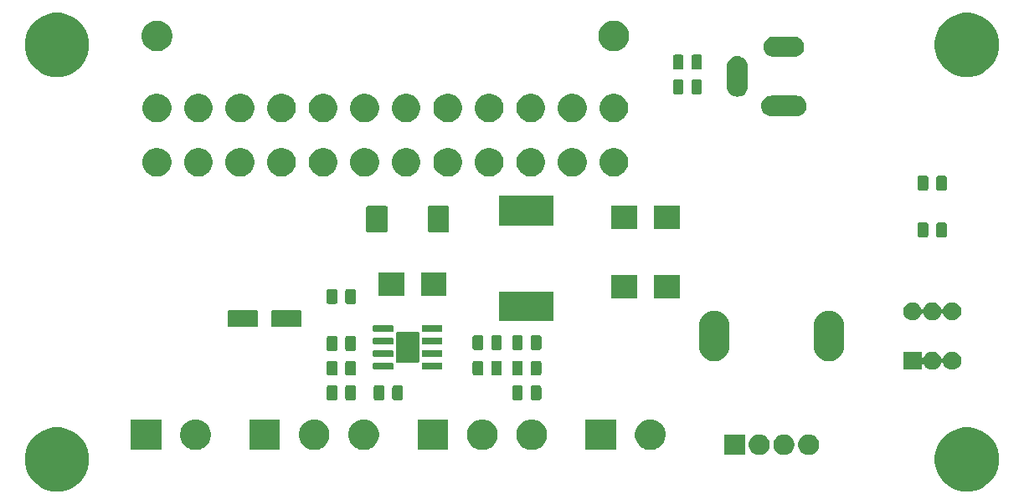
<source format=gbr>
G04 #@! TF.GenerationSoftware,KiCad,Pcbnew,5.1.5-52549c5~86~ubuntu18.04.1*
G04 #@! TF.CreationDate,2020-09-04T15:06:53-03:00*
G04 #@! TF.ProjectId,TPS54331,54505335-3433-4333-912e-6b696361645f,v1.0*
G04 #@! TF.SameCoordinates,Original*
G04 #@! TF.FileFunction,Soldermask,Top*
G04 #@! TF.FilePolarity,Negative*
%FSLAX46Y46*%
G04 Gerber Fmt 4.6, Leading zero omitted, Abs format (unit mm)*
G04 Created by KiCad (PCBNEW 5.1.5-52549c5~86~ubuntu18.04.1) date 2020-09-04 15:06:53*
%MOMM*%
%LPD*%
G04 APERTURE LIST*
%ADD10C,0.100000*%
G04 APERTURE END LIST*
D10*
G36*
X192947989Y-108874895D02*
G01*
X193539450Y-109119887D01*
X193539452Y-109119888D01*
X194071754Y-109475560D01*
X194524440Y-109928246D01*
X194880112Y-110460548D01*
X194880113Y-110460550D01*
X195125105Y-111052011D01*
X195250000Y-111679902D01*
X195250000Y-112320098D01*
X195125105Y-112947989D01*
X194880113Y-113539450D01*
X194880112Y-113539452D01*
X194524440Y-114071754D01*
X194071754Y-114524440D01*
X193539452Y-114880112D01*
X193539451Y-114880113D01*
X193539450Y-114880113D01*
X192947989Y-115125105D01*
X192320098Y-115250000D01*
X191679902Y-115250000D01*
X191052011Y-115125105D01*
X190460550Y-114880113D01*
X190460549Y-114880113D01*
X190460548Y-114880112D01*
X189928246Y-114524440D01*
X189475560Y-114071754D01*
X189119888Y-113539452D01*
X189119887Y-113539450D01*
X188874895Y-112947989D01*
X188750000Y-112320098D01*
X188750000Y-111679902D01*
X188874895Y-111052011D01*
X189119887Y-110460550D01*
X189119888Y-110460548D01*
X189475560Y-109928246D01*
X189928246Y-109475560D01*
X190460548Y-109119888D01*
X190460550Y-109119887D01*
X191052011Y-108874895D01*
X191679902Y-108750000D01*
X192320098Y-108750000D01*
X192947989Y-108874895D01*
G37*
G36*
X100947989Y-108874895D02*
G01*
X101539450Y-109119887D01*
X101539452Y-109119888D01*
X102071754Y-109475560D01*
X102524440Y-109928246D01*
X102880112Y-110460548D01*
X102880113Y-110460550D01*
X103125105Y-111052011D01*
X103250000Y-111679902D01*
X103250000Y-112320098D01*
X103125105Y-112947989D01*
X102880113Y-113539450D01*
X102880112Y-113539452D01*
X102524440Y-114071754D01*
X102071754Y-114524440D01*
X101539452Y-114880112D01*
X101539451Y-114880113D01*
X101539450Y-114880113D01*
X100947989Y-115125105D01*
X100320098Y-115250000D01*
X99679902Y-115250000D01*
X99052011Y-115125105D01*
X98460550Y-114880113D01*
X98460549Y-114880113D01*
X98460548Y-114880112D01*
X97928246Y-114524440D01*
X97475560Y-114071754D01*
X97119888Y-113539452D01*
X97119887Y-113539450D01*
X96874895Y-112947989D01*
X96750000Y-112320098D01*
X96750000Y-111679902D01*
X96874895Y-111052011D01*
X97119887Y-110460550D01*
X97119888Y-110460548D01*
X97475560Y-109928246D01*
X97928246Y-109475560D01*
X98460548Y-109119888D01*
X98460550Y-109119887D01*
X99052011Y-108874895D01*
X99679902Y-108750000D01*
X100320098Y-108750000D01*
X100947989Y-108874895D01*
G37*
G36*
X173628687Y-109455027D02*
G01*
X173806274Y-109490350D01*
X173997362Y-109569502D01*
X174169336Y-109684411D01*
X174315589Y-109830664D01*
X174430498Y-110002638D01*
X174509650Y-110193726D01*
X174550000Y-110396584D01*
X174550000Y-110603416D01*
X174509650Y-110806274D01*
X174430498Y-110997362D01*
X174315589Y-111169336D01*
X174169336Y-111315589D01*
X173997362Y-111430498D01*
X173806274Y-111509650D01*
X173628687Y-111544973D01*
X173603417Y-111550000D01*
X173396583Y-111550000D01*
X173371313Y-111544973D01*
X173193726Y-111509650D01*
X173002638Y-111430498D01*
X172830664Y-111315589D01*
X172684411Y-111169336D01*
X172569502Y-110997362D01*
X172490350Y-110806274D01*
X172450000Y-110603416D01*
X172450000Y-110396584D01*
X172490350Y-110193726D01*
X172569502Y-110002638D01*
X172684411Y-109830664D01*
X172830664Y-109684411D01*
X173002638Y-109569502D01*
X173193726Y-109490350D01*
X173371313Y-109455027D01*
X173396583Y-109450000D01*
X173603417Y-109450000D01*
X173628687Y-109455027D01*
G37*
G36*
X176128687Y-109455027D02*
G01*
X176306274Y-109490350D01*
X176497362Y-109569502D01*
X176669336Y-109684411D01*
X176815589Y-109830664D01*
X176930498Y-110002638D01*
X177009650Y-110193726D01*
X177050000Y-110396584D01*
X177050000Y-110603416D01*
X177009650Y-110806274D01*
X176930498Y-110997362D01*
X176815589Y-111169336D01*
X176669336Y-111315589D01*
X176497362Y-111430498D01*
X176306274Y-111509650D01*
X176128687Y-111544973D01*
X176103417Y-111550000D01*
X175896583Y-111550000D01*
X175871313Y-111544973D01*
X175693726Y-111509650D01*
X175502638Y-111430498D01*
X175330664Y-111315589D01*
X175184411Y-111169336D01*
X175069502Y-110997362D01*
X174990350Y-110806274D01*
X174950000Y-110603416D01*
X174950000Y-110396584D01*
X174990350Y-110193726D01*
X175069502Y-110002638D01*
X175184411Y-109830664D01*
X175330664Y-109684411D01*
X175502638Y-109569502D01*
X175693726Y-109490350D01*
X175871313Y-109455027D01*
X175896583Y-109450000D01*
X176103417Y-109450000D01*
X176128687Y-109455027D01*
G37*
G36*
X171128687Y-109455027D02*
G01*
X171306274Y-109490350D01*
X171497362Y-109569502D01*
X171669336Y-109684411D01*
X171815589Y-109830664D01*
X171930498Y-110002638D01*
X172009650Y-110193726D01*
X172050000Y-110396584D01*
X172050000Y-110603416D01*
X172009650Y-110806274D01*
X171930498Y-110997362D01*
X171815589Y-111169336D01*
X171669336Y-111315589D01*
X171497362Y-111430498D01*
X171306274Y-111509650D01*
X171128687Y-111544973D01*
X171103417Y-111550000D01*
X170896583Y-111550000D01*
X170871313Y-111544973D01*
X170693726Y-111509650D01*
X170502638Y-111430498D01*
X170330664Y-111315589D01*
X170184411Y-111169336D01*
X170069502Y-110997362D01*
X169990350Y-110806274D01*
X169950000Y-110603416D01*
X169950000Y-110396584D01*
X169990350Y-110193726D01*
X170069502Y-110002638D01*
X170184411Y-109830664D01*
X170330664Y-109684411D01*
X170502638Y-109569502D01*
X170693726Y-109490350D01*
X170871313Y-109455027D01*
X170896583Y-109450000D01*
X171103417Y-109450000D01*
X171128687Y-109455027D01*
G37*
G36*
X169550000Y-111550000D02*
G01*
X167450000Y-111550000D01*
X167450000Y-109450000D01*
X169550000Y-109450000D01*
X169550000Y-111550000D01*
G37*
G36*
X110550000Y-111050000D02*
G01*
X107450000Y-111050000D01*
X107450000Y-107950000D01*
X110550000Y-107950000D01*
X110550000Y-111050000D01*
G37*
G36*
X160302390Y-107979782D02*
G01*
X160452118Y-108009565D01*
X160568960Y-108057963D01*
X160734199Y-108126407D01*
X160734200Y-108126408D01*
X160988068Y-108296036D01*
X161203964Y-108511932D01*
X161317306Y-108681561D01*
X161373593Y-108765801D01*
X161442037Y-108931040D01*
X161490435Y-109047882D01*
X161504758Y-109119888D01*
X161550000Y-109347337D01*
X161550000Y-109652663D01*
X161490435Y-109952117D01*
X161373593Y-110234199D01*
X161373592Y-110234200D01*
X161203964Y-110488068D01*
X160988068Y-110703964D01*
X160834952Y-110806272D01*
X160734199Y-110873593D01*
X160568960Y-110942037D01*
X160452118Y-110990435D01*
X160417303Y-110997360D01*
X160152663Y-111050000D01*
X159847337Y-111050000D01*
X159582697Y-110997360D01*
X159547882Y-110990435D01*
X159431040Y-110942037D01*
X159265801Y-110873593D01*
X159165048Y-110806272D01*
X159011932Y-110703964D01*
X158796036Y-110488068D01*
X158626408Y-110234200D01*
X158626407Y-110234199D01*
X158509565Y-109952117D01*
X158450000Y-109652663D01*
X158450000Y-109347337D01*
X158495242Y-109119888D01*
X158509565Y-109047882D01*
X158557963Y-108931040D01*
X158626407Y-108765801D01*
X158682694Y-108681561D01*
X158796036Y-108511932D01*
X159011932Y-108296036D01*
X159265800Y-108126408D01*
X159265801Y-108126407D01*
X159431040Y-108057963D01*
X159547882Y-108009565D01*
X159697610Y-107979782D01*
X159847337Y-107950000D01*
X160152663Y-107950000D01*
X160302390Y-107979782D01*
G37*
G36*
X156550000Y-111050000D02*
G01*
X153450000Y-111050000D01*
X153450000Y-107950000D01*
X156550000Y-107950000D01*
X156550000Y-111050000D01*
G37*
G36*
X139550000Y-111050000D02*
G01*
X136450000Y-111050000D01*
X136450000Y-107950000D01*
X139550000Y-107950000D01*
X139550000Y-111050000D01*
G37*
G36*
X143302390Y-107979782D02*
G01*
X143452118Y-108009565D01*
X143568960Y-108057963D01*
X143734199Y-108126407D01*
X143734200Y-108126408D01*
X143988068Y-108296036D01*
X144203964Y-108511932D01*
X144317306Y-108681561D01*
X144373593Y-108765801D01*
X144442037Y-108931040D01*
X144490435Y-109047882D01*
X144504758Y-109119888D01*
X144550000Y-109347337D01*
X144550000Y-109652663D01*
X144490435Y-109952117D01*
X144373593Y-110234199D01*
X144373592Y-110234200D01*
X144203964Y-110488068D01*
X143988068Y-110703964D01*
X143834952Y-110806272D01*
X143734199Y-110873593D01*
X143568960Y-110942037D01*
X143452118Y-110990435D01*
X143417303Y-110997360D01*
X143152663Y-111050000D01*
X142847337Y-111050000D01*
X142582697Y-110997360D01*
X142547882Y-110990435D01*
X142431040Y-110942037D01*
X142265801Y-110873593D01*
X142165048Y-110806272D01*
X142011932Y-110703964D01*
X141796036Y-110488068D01*
X141626408Y-110234200D01*
X141626407Y-110234199D01*
X141509565Y-109952117D01*
X141450000Y-109652663D01*
X141450000Y-109347337D01*
X141495242Y-109119888D01*
X141509565Y-109047882D01*
X141557963Y-108931040D01*
X141626407Y-108765801D01*
X141682694Y-108681561D01*
X141796036Y-108511932D01*
X142011932Y-108296036D01*
X142265800Y-108126408D01*
X142265801Y-108126407D01*
X142431040Y-108057963D01*
X142547882Y-108009565D01*
X142697610Y-107979782D01*
X142847337Y-107950000D01*
X143152663Y-107950000D01*
X143302390Y-107979782D01*
G37*
G36*
X148302390Y-107979782D02*
G01*
X148452118Y-108009565D01*
X148568960Y-108057963D01*
X148734199Y-108126407D01*
X148734200Y-108126408D01*
X148988068Y-108296036D01*
X149203964Y-108511932D01*
X149317306Y-108681561D01*
X149373593Y-108765801D01*
X149442037Y-108931040D01*
X149490435Y-109047882D01*
X149504758Y-109119888D01*
X149550000Y-109347337D01*
X149550000Y-109652663D01*
X149490435Y-109952117D01*
X149373593Y-110234199D01*
X149373592Y-110234200D01*
X149203964Y-110488068D01*
X148988068Y-110703964D01*
X148834952Y-110806272D01*
X148734199Y-110873593D01*
X148568960Y-110942037D01*
X148452118Y-110990435D01*
X148417303Y-110997360D01*
X148152663Y-111050000D01*
X147847337Y-111050000D01*
X147582697Y-110997360D01*
X147547882Y-110990435D01*
X147431040Y-110942037D01*
X147265801Y-110873593D01*
X147165048Y-110806272D01*
X147011932Y-110703964D01*
X146796036Y-110488068D01*
X146626408Y-110234200D01*
X146626407Y-110234199D01*
X146509565Y-109952117D01*
X146450000Y-109652663D01*
X146450000Y-109347337D01*
X146495242Y-109119888D01*
X146509565Y-109047882D01*
X146557963Y-108931040D01*
X146626407Y-108765801D01*
X146682694Y-108681561D01*
X146796036Y-108511932D01*
X147011932Y-108296036D01*
X147265800Y-108126408D01*
X147265801Y-108126407D01*
X147431040Y-108057963D01*
X147547882Y-108009565D01*
X147697610Y-107979782D01*
X147847337Y-107950000D01*
X148152663Y-107950000D01*
X148302390Y-107979782D01*
G37*
G36*
X114302390Y-107979782D02*
G01*
X114452118Y-108009565D01*
X114568960Y-108057963D01*
X114734199Y-108126407D01*
X114734200Y-108126408D01*
X114988068Y-108296036D01*
X115203964Y-108511932D01*
X115317306Y-108681561D01*
X115373593Y-108765801D01*
X115442037Y-108931040D01*
X115490435Y-109047882D01*
X115504758Y-109119888D01*
X115550000Y-109347337D01*
X115550000Y-109652663D01*
X115490435Y-109952117D01*
X115373593Y-110234199D01*
X115373592Y-110234200D01*
X115203964Y-110488068D01*
X114988068Y-110703964D01*
X114834952Y-110806272D01*
X114734199Y-110873593D01*
X114568960Y-110942037D01*
X114452118Y-110990435D01*
X114417303Y-110997360D01*
X114152663Y-111050000D01*
X113847337Y-111050000D01*
X113582697Y-110997360D01*
X113547882Y-110990435D01*
X113431040Y-110942037D01*
X113265801Y-110873593D01*
X113165048Y-110806272D01*
X113011932Y-110703964D01*
X112796036Y-110488068D01*
X112626408Y-110234200D01*
X112626407Y-110234199D01*
X112509565Y-109952117D01*
X112450000Y-109652663D01*
X112450000Y-109347337D01*
X112495242Y-109119888D01*
X112509565Y-109047882D01*
X112557963Y-108931040D01*
X112626407Y-108765801D01*
X112682694Y-108681561D01*
X112796036Y-108511932D01*
X113011932Y-108296036D01*
X113265800Y-108126408D01*
X113265801Y-108126407D01*
X113431040Y-108057963D01*
X113547882Y-108009565D01*
X113697610Y-107979782D01*
X113847337Y-107950000D01*
X114152663Y-107950000D01*
X114302390Y-107979782D01*
G37*
G36*
X131302390Y-107979782D02*
G01*
X131452118Y-108009565D01*
X131568960Y-108057963D01*
X131734199Y-108126407D01*
X131734200Y-108126408D01*
X131988068Y-108296036D01*
X132203964Y-108511932D01*
X132317306Y-108681561D01*
X132373593Y-108765801D01*
X132442037Y-108931040D01*
X132490435Y-109047882D01*
X132504758Y-109119888D01*
X132550000Y-109347337D01*
X132550000Y-109652663D01*
X132490435Y-109952117D01*
X132373593Y-110234199D01*
X132373592Y-110234200D01*
X132203964Y-110488068D01*
X131988068Y-110703964D01*
X131834952Y-110806272D01*
X131734199Y-110873593D01*
X131568960Y-110942037D01*
X131452118Y-110990435D01*
X131417303Y-110997360D01*
X131152663Y-111050000D01*
X130847337Y-111050000D01*
X130582697Y-110997360D01*
X130547882Y-110990435D01*
X130431040Y-110942037D01*
X130265801Y-110873593D01*
X130165048Y-110806272D01*
X130011932Y-110703964D01*
X129796036Y-110488068D01*
X129626408Y-110234200D01*
X129626407Y-110234199D01*
X129509565Y-109952117D01*
X129450000Y-109652663D01*
X129450000Y-109347337D01*
X129495242Y-109119888D01*
X129509565Y-109047882D01*
X129557963Y-108931040D01*
X129626407Y-108765801D01*
X129682694Y-108681561D01*
X129796036Y-108511932D01*
X130011932Y-108296036D01*
X130265800Y-108126408D01*
X130265801Y-108126407D01*
X130431040Y-108057963D01*
X130547882Y-108009565D01*
X130697610Y-107979782D01*
X130847337Y-107950000D01*
X131152663Y-107950000D01*
X131302390Y-107979782D01*
G37*
G36*
X126302390Y-107979782D02*
G01*
X126452118Y-108009565D01*
X126568960Y-108057963D01*
X126734199Y-108126407D01*
X126734200Y-108126408D01*
X126988068Y-108296036D01*
X127203964Y-108511932D01*
X127317306Y-108681561D01*
X127373593Y-108765801D01*
X127442037Y-108931040D01*
X127490435Y-109047882D01*
X127504758Y-109119888D01*
X127550000Y-109347337D01*
X127550000Y-109652663D01*
X127490435Y-109952117D01*
X127373593Y-110234199D01*
X127373592Y-110234200D01*
X127203964Y-110488068D01*
X126988068Y-110703964D01*
X126834952Y-110806272D01*
X126734199Y-110873593D01*
X126568960Y-110942037D01*
X126452118Y-110990435D01*
X126417303Y-110997360D01*
X126152663Y-111050000D01*
X125847337Y-111050000D01*
X125582697Y-110997360D01*
X125547882Y-110990435D01*
X125431040Y-110942037D01*
X125265801Y-110873593D01*
X125165048Y-110806272D01*
X125011932Y-110703964D01*
X124796036Y-110488068D01*
X124626408Y-110234200D01*
X124626407Y-110234199D01*
X124509565Y-109952117D01*
X124450000Y-109652663D01*
X124450000Y-109347337D01*
X124495242Y-109119888D01*
X124509565Y-109047882D01*
X124557963Y-108931040D01*
X124626407Y-108765801D01*
X124682694Y-108681561D01*
X124796036Y-108511932D01*
X125011932Y-108296036D01*
X125265800Y-108126408D01*
X125265801Y-108126407D01*
X125431040Y-108057963D01*
X125547882Y-108009565D01*
X125697610Y-107979782D01*
X125847337Y-107950000D01*
X126152663Y-107950000D01*
X126302390Y-107979782D01*
G37*
G36*
X122550000Y-111050000D02*
G01*
X119450000Y-111050000D01*
X119450000Y-107950000D01*
X122550000Y-107950000D01*
X122550000Y-111050000D01*
G37*
G36*
X128183867Y-104504556D02*
G01*
X128222448Y-104516259D01*
X128258001Y-104535263D01*
X128289163Y-104560837D01*
X128314737Y-104591999D01*
X128333741Y-104627552D01*
X128345444Y-104666133D01*
X128350000Y-104712390D01*
X128350000Y-105787610D01*
X128345444Y-105833867D01*
X128333741Y-105872448D01*
X128314737Y-105908001D01*
X128289163Y-105939163D01*
X128258001Y-105964737D01*
X128222448Y-105983741D01*
X128183867Y-105995444D01*
X128137610Y-106000000D01*
X127487390Y-106000000D01*
X127441133Y-105995444D01*
X127402552Y-105983741D01*
X127366999Y-105964737D01*
X127335837Y-105939163D01*
X127310263Y-105908001D01*
X127291259Y-105872448D01*
X127279556Y-105833867D01*
X127275000Y-105787610D01*
X127275000Y-104712390D01*
X127279556Y-104666133D01*
X127291259Y-104627552D01*
X127310263Y-104591999D01*
X127335837Y-104560837D01*
X127366999Y-104535263D01*
X127402552Y-104516259D01*
X127441133Y-104504556D01*
X127487390Y-104500000D01*
X128137610Y-104500000D01*
X128183867Y-104504556D01*
G37*
G36*
X146933867Y-104504556D02*
G01*
X146972448Y-104516259D01*
X147008001Y-104535263D01*
X147039163Y-104560837D01*
X147064737Y-104591999D01*
X147083741Y-104627552D01*
X147095444Y-104666133D01*
X147100000Y-104712390D01*
X147100000Y-105787610D01*
X147095444Y-105833867D01*
X147083741Y-105872448D01*
X147064737Y-105908001D01*
X147039163Y-105939163D01*
X147008001Y-105964737D01*
X146972448Y-105983741D01*
X146933867Y-105995444D01*
X146887610Y-106000000D01*
X146237390Y-106000000D01*
X146191133Y-105995444D01*
X146152552Y-105983741D01*
X146116999Y-105964737D01*
X146085837Y-105939163D01*
X146060263Y-105908001D01*
X146041259Y-105872448D01*
X146029556Y-105833867D01*
X146025000Y-105787610D01*
X146025000Y-104712390D01*
X146029556Y-104666133D01*
X146041259Y-104627552D01*
X146060263Y-104591999D01*
X146085837Y-104560837D01*
X146116999Y-104535263D01*
X146152552Y-104516259D01*
X146191133Y-104504556D01*
X146237390Y-104500000D01*
X146887610Y-104500000D01*
X146933867Y-104504556D01*
G37*
G36*
X148808867Y-104504556D02*
G01*
X148847448Y-104516259D01*
X148883001Y-104535263D01*
X148914163Y-104560837D01*
X148939737Y-104591999D01*
X148958741Y-104627552D01*
X148970444Y-104666133D01*
X148975000Y-104712390D01*
X148975000Y-105787610D01*
X148970444Y-105833867D01*
X148958741Y-105872448D01*
X148939737Y-105908001D01*
X148914163Y-105939163D01*
X148883001Y-105964737D01*
X148847448Y-105983741D01*
X148808867Y-105995444D01*
X148762610Y-106000000D01*
X148112390Y-106000000D01*
X148066133Y-105995444D01*
X148027552Y-105983741D01*
X147991999Y-105964737D01*
X147960837Y-105939163D01*
X147935263Y-105908001D01*
X147916259Y-105872448D01*
X147904556Y-105833867D01*
X147900000Y-105787610D01*
X147900000Y-104712390D01*
X147904556Y-104666133D01*
X147916259Y-104627552D01*
X147935263Y-104591999D01*
X147960837Y-104560837D01*
X147991999Y-104535263D01*
X148027552Y-104516259D01*
X148066133Y-104504556D01*
X148112390Y-104500000D01*
X148762610Y-104500000D01*
X148808867Y-104504556D01*
G37*
G36*
X130058867Y-104504556D02*
G01*
X130097448Y-104516259D01*
X130133001Y-104535263D01*
X130164163Y-104560837D01*
X130189737Y-104591999D01*
X130208741Y-104627552D01*
X130220444Y-104666133D01*
X130225000Y-104712390D01*
X130225000Y-105787610D01*
X130220444Y-105833867D01*
X130208741Y-105872448D01*
X130189737Y-105908001D01*
X130164163Y-105939163D01*
X130133001Y-105964737D01*
X130097448Y-105983741D01*
X130058867Y-105995444D01*
X130012610Y-106000000D01*
X129362390Y-106000000D01*
X129316133Y-105995444D01*
X129277552Y-105983741D01*
X129241999Y-105964737D01*
X129210837Y-105939163D01*
X129185263Y-105908001D01*
X129166259Y-105872448D01*
X129154556Y-105833867D01*
X129150000Y-105787610D01*
X129150000Y-104712390D01*
X129154556Y-104666133D01*
X129166259Y-104627552D01*
X129185263Y-104591999D01*
X129210837Y-104560837D01*
X129241999Y-104535263D01*
X129277552Y-104516259D01*
X129316133Y-104504556D01*
X129362390Y-104500000D01*
X130012610Y-104500000D01*
X130058867Y-104504556D01*
G37*
G36*
X134808867Y-104504556D02*
G01*
X134847448Y-104516259D01*
X134883001Y-104535263D01*
X134914163Y-104560837D01*
X134939737Y-104591999D01*
X134958741Y-104627552D01*
X134970444Y-104666133D01*
X134975000Y-104712390D01*
X134975000Y-105787610D01*
X134970444Y-105833867D01*
X134958741Y-105872448D01*
X134939737Y-105908001D01*
X134914163Y-105939163D01*
X134883001Y-105964737D01*
X134847448Y-105983741D01*
X134808867Y-105995444D01*
X134762610Y-106000000D01*
X134112390Y-106000000D01*
X134066133Y-105995444D01*
X134027552Y-105983741D01*
X133991999Y-105964737D01*
X133960837Y-105939163D01*
X133935263Y-105908001D01*
X133916259Y-105872448D01*
X133904556Y-105833867D01*
X133900000Y-105787610D01*
X133900000Y-104712390D01*
X133904556Y-104666133D01*
X133916259Y-104627552D01*
X133935263Y-104591999D01*
X133960837Y-104560837D01*
X133991999Y-104535263D01*
X134027552Y-104516259D01*
X134066133Y-104504556D01*
X134112390Y-104500000D01*
X134762610Y-104500000D01*
X134808867Y-104504556D01*
G37*
G36*
X132933867Y-104504556D02*
G01*
X132972448Y-104516259D01*
X133008001Y-104535263D01*
X133039163Y-104560837D01*
X133064737Y-104591999D01*
X133083741Y-104627552D01*
X133095444Y-104666133D01*
X133100000Y-104712390D01*
X133100000Y-105787610D01*
X133095444Y-105833867D01*
X133083741Y-105872448D01*
X133064737Y-105908001D01*
X133039163Y-105939163D01*
X133008001Y-105964737D01*
X132972448Y-105983741D01*
X132933867Y-105995444D01*
X132887610Y-106000000D01*
X132237390Y-106000000D01*
X132191133Y-105995444D01*
X132152552Y-105983741D01*
X132116999Y-105964737D01*
X132085837Y-105939163D01*
X132060263Y-105908001D01*
X132041259Y-105872448D01*
X132029556Y-105833867D01*
X132025000Y-105787610D01*
X132025000Y-104712390D01*
X132029556Y-104666133D01*
X132041259Y-104627552D01*
X132060263Y-104591999D01*
X132085837Y-104560837D01*
X132116999Y-104535263D01*
X132152552Y-104516259D01*
X132191133Y-104504556D01*
X132237390Y-104500000D01*
X132887610Y-104500000D01*
X132933867Y-104504556D01*
G37*
G36*
X148808867Y-102004556D02*
G01*
X148847448Y-102016259D01*
X148883001Y-102035263D01*
X148914163Y-102060837D01*
X148939737Y-102091999D01*
X148958741Y-102127552D01*
X148970444Y-102166133D01*
X148975000Y-102212390D01*
X148975000Y-103287610D01*
X148970444Y-103333867D01*
X148958741Y-103372448D01*
X148939737Y-103408001D01*
X148914163Y-103439163D01*
X148883001Y-103464737D01*
X148847448Y-103483741D01*
X148808867Y-103495444D01*
X148762610Y-103500000D01*
X148112390Y-103500000D01*
X148066133Y-103495444D01*
X148027552Y-103483741D01*
X147991999Y-103464737D01*
X147960837Y-103439163D01*
X147935263Y-103408001D01*
X147916259Y-103372448D01*
X147904556Y-103333867D01*
X147900000Y-103287610D01*
X147900000Y-102212390D01*
X147904556Y-102166133D01*
X147916259Y-102127552D01*
X147935263Y-102091999D01*
X147960837Y-102060837D01*
X147991999Y-102035263D01*
X148027552Y-102016259D01*
X148066133Y-102004556D01*
X148112390Y-102000000D01*
X148762610Y-102000000D01*
X148808867Y-102004556D01*
G37*
G36*
X146933867Y-102004556D02*
G01*
X146972448Y-102016259D01*
X147008001Y-102035263D01*
X147039163Y-102060837D01*
X147064737Y-102091999D01*
X147083741Y-102127552D01*
X147095444Y-102166133D01*
X147100000Y-102212390D01*
X147100000Y-103287610D01*
X147095444Y-103333867D01*
X147083741Y-103372448D01*
X147064737Y-103408001D01*
X147039163Y-103439163D01*
X147008001Y-103464737D01*
X146972448Y-103483741D01*
X146933867Y-103495444D01*
X146887610Y-103500000D01*
X146237390Y-103500000D01*
X146191133Y-103495444D01*
X146152552Y-103483741D01*
X146116999Y-103464737D01*
X146085837Y-103439163D01*
X146060263Y-103408001D01*
X146041259Y-103372448D01*
X146029556Y-103333867D01*
X146025000Y-103287610D01*
X146025000Y-102212390D01*
X146029556Y-102166133D01*
X146041259Y-102127552D01*
X146060263Y-102091999D01*
X146085837Y-102060837D01*
X146116999Y-102035263D01*
X146152552Y-102016259D01*
X146191133Y-102004556D01*
X146237390Y-102000000D01*
X146887610Y-102000000D01*
X146933867Y-102004556D01*
G37*
G36*
X130058867Y-102004556D02*
G01*
X130097448Y-102016259D01*
X130133001Y-102035263D01*
X130164163Y-102060837D01*
X130189737Y-102091999D01*
X130208741Y-102127552D01*
X130220444Y-102166133D01*
X130225000Y-102212390D01*
X130225000Y-103287610D01*
X130220444Y-103333867D01*
X130208741Y-103372448D01*
X130189737Y-103408001D01*
X130164163Y-103439163D01*
X130133001Y-103464737D01*
X130097448Y-103483741D01*
X130058867Y-103495444D01*
X130012610Y-103500000D01*
X129362390Y-103500000D01*
X129316133Y-103495444D01*
X129277552Y-103483741D01*
X129241999Y-103464737D01*
X129210837Y-103439163D01*
X129185263Y-103408001D01*
X129166259Y-103372448D01*
X129154556Y-103333867D01*
X129150000Y-103287610D01*
X129150000Y-102212390D01*
X129154556Y-102166133D01*
X129166259Y-102127552D01*
X129185263Y-102091999D01*
X129210837Y-102060837D01*
X129241999Y-102035263D01*
X129277552Y-102016259D01*
X129316133Y-102004556D01*
X129362390Y-102000000D01*
X130012610Y-102000000D01*
X130058867Y-102004556D01*
G37*
G36*
X128183867Y-102004556D02*
G01*
X128222448Y-102016259D01*
X128258001Y-102035263D01*
X128289163Y-102060837D01*
X128314737Y-102091999D01*
X128333741Y-102127552D01*
X128345444Y-102166133D01*
X128350000Y-102212390D01*
X128350000Y-103287610D01*
X128345444Y-103333867D01*
X128333741Y-103372448D01*
X128314737Y-103408001D01*
X128289163Y-103439163D01*
X128258001Y-103464737D01*
X128222448Y-103483741D01*
X128183867Y-103495444D01*
X128137610Y-103500000D01*
X127487390Y-103500000D01*
X127441133Y-103495444D01*
X127402552Y-103483741D01*
X127366999Y-103464737D01*
X127335837Y-103439163D01*
X127310263Y-103408001D01*
X127291259Y-103372448D01*
X127279556Y-103333867D01*
X127275000Y-103287610D01*
X127275000Y-102212390D01*
X127279556Y-102166133D01*
X127291259Y-102127552D01*
X127310263Y-102091999D01*
X127335837Y-102060837D01*
X127366999Y-102035263D01*
X127402552Y-102016259D01*
X127441133Y-102004556D01*
X127487390Y-102000000D01*
X128137610Y-102000000D01*
X128183867Y-102004556D01*
G37*
G36*
X144808867Y-102004556D02*
G01*
X144847448Y-102016259D01*
X144883001Y-102035263D01*
X144914163Y-102060837D01*
X144939737Y-102091999D01*
X144958741Y-102127552D01*
X144970444Y-102166133D01*
X144975000Y-102212390D01*
X144975000Y-103287610D01*
X144970444Y-103333867D01*
X144958741Y-103372448D01*
X144939737Y-103408001D01*
X144914163Y-103439163D01*
X144883001Y-103464737D01*
X144847448Y-103483741D01*
X144808867Y-103495444D01*
X144762610Y-103500000D01*
X144112390Y-103500000D01*
X144066133Y-103495444D01*
X144027552Y-103483741D01*
X143991999Y-103464737D01*
X143960837Y-103439163D01*
X143935263Y-103408001D01*
X143916259Y-103372448D01*
X143904556Y-103333867D01*
X143900000Y-103287610D01*
X143900000Y-102212390D01*
X143904556Y-102166133D01*
X143916259Y-102127552D01*
X143935263Y-102091999D01*
X143960837Y-102060837D01*
X143991999Y-102035263D01*
X144027552Y-102016259D01*
X144066133Y-102004556D01*
X144112390Y-102000000D01*
X144762610Y-102000000D01*
X144808867Y-102004556D01*
G37*
G36*
X142933867Y-102004556D02*
G01*
X142972448Y-102016259D01*
X143008001Y-102035263D01*
X143039163Y-102060837D01*
X143064737Y-102091999D01*
X143083741Y-102127552D01*
X143095444Y-102166133D01*
X143100000Y-102212390D01*
X143100000Y-103287610D01*
X143095444Y-103333867D01*
X143083741Y-103372448D01*
X143064737Y-103408001D01*
X143039163Y-103439163D01*
X143008001Y-103464737D01*
X142972448Y-103483741D01*
X142933867Y-103495444D01*
X142887610Y-103500000D01*
X142237390Y-103500000D01*
X142191133Y-103495444D01*
X142152552Y-103483741D01*
X142116999Y-103464737D01*
X142085837Y-103439163D01*
X142060263Y-103408001D01*
X142041259Y-103372448D01*
X142029556Y-103333867D01*
X142025000Y-103287610D01*
X142025000Y-102212390D01*
X142029556Y-102166133D01*
X142041259Y-102127552D01*
X142060263Y-102091999D01*
X142085837Y-102060837D01*
X142116999Y-102035263D01*
X142152552Y-102016259D01*
X142191133Y-102004556D01*
X142237390Y-102000000D01*
X142887610Y-102000000D01*
X142933867Y-102004556D01*
G37*
G36*
X187425000Y-101549726D02*
G01*
X187427402Y-101574112D01*
X187434515Y-101597561D01*
X187446066Y-101619172D01*
X187461611Y-101638114D01*
X187480553Y-101653659D01*
X187502164Y-101665210D01*
X187525613Y-101672323D01*
X187549999Y-101674725D01*
X187574385Y-101672323D01*
X187597834Y-101665210D01*
X187619445Y-101653659D01*
X187638387Y-101638114D01*
X187653932Y-101619172D01*
X187665480Y-101597567D01*
X187680275Y-101561848D01*
X187781505Y-101410347D01*
X187910347Y-101281505D01*
X188061848Y-101180275D01*
X188230187Y-101110547D01*
X188404576Y-101075859D01*
X188408894Y-101075000D01*
X188591106Y-101075000D01*
X188595424Y-101075859D01*
X188769813Y-101110547D01*
X188938152Y-101180275D01*
X189089653Y-101281505D01*
X189218495Y-101410347D01*
X189319725Y-101561848D01*
X189384520Y-101718277D01*
X189396067Y-101739881D01*
X189411612Y-101758822D01*
X189430554Y-101774368D01*
X189452165Y-101785919D01*
X189475614Y-101793032D01*
X189500000Y-101795434D01*
X189524386Y-101793032D01*
X189547835Y-101785919D01*
X189569446Y-101774368D01*
X189588387Y-101758823D01*
X189603933Y-101739881D01*
X189615480Y-101718277D01*
X189680275Y-101561848D01*
X189781505Y-101410347D01*
X189910347Y-101281505D01*
X190061848Y-101180275D01*
X190230187Y-101110547D01*
X190404576Y-101075859D01*
X190408894Y-101075000D01*
X190591106Y-101075000D01*
X190595424Y-101075859D01*
X190769813Y-101110547D01*
X190938152Y-101180275D01*
X191089653Y-101281505D01*
X191218495Y-101410347D01*
X191319725Y-101561848D01*
X191389453Y-101730187D01*
X191425000Y-101908895D01*
X191425000Y-102091105D01*
X191389453Y-102269813D01*
X191319725Y-102438152D01*
X191218495Y-102589653D01*
X191089653Y-102718495D01*
X190938152Y-102819725D01*
X190769813Y-102889453D01*
X190691652Y-102905000D01*
X190591106Y-102925000D01*
X190408894Y-102925000D01*
X190308348Y-102905000D01*
X190230187Y-102889453D01*
X190061848Y-102819725D01*
X189910347Y-102718495D01*
X189781505Y-102589653D01*
X189680275Y-102438152D01*
X189615480Y-102281723D01*
X189603933Y-102260119D01*
X189588388Y-102241178D01*
X189569446Y-102225632D01*
X189547835Y-102214081D01*
X189524386Y-102206968D01*
X189500000Y-102204566D01*
X189475614Y-102206968D01*
X189452165Y-102214081D01*
X189430554Y-102225632D01*
X189411613Y-102241177D01*
X189396067Y-102260119D01*
X189384520Y-102281723D01*
X189319725Y-102438152D01*
X189218495Y-102589653D01*
X189089653Y-102718495D01*
X188938152Y-102819725D01*
X188769813Y-102889453D01*
X188691652Y-102905000D01*
X188591106Y-102925000D01*
X188408894Y-102925000D01*
X188308348Y-102905000D01*
X188230187Y-102889453D01*
X188061848Y-102819725D01*
X187910347Y-102718495D01*
X187781505Y-102589653D01*
X187680275Y-102438152D01*
X187665480Y-102402433D01*
X187653932Y-102380828D01*
X187638387Y-102361886D01*
X187619445Y-102346341D01*
X187597834Y-102334790D01*
X187574385Y-102327677D01*
X187549999Y-102325275D01*
X187525613Y-102327677D01*
X187502164Y-102334790D01*
X187480553Y-102346341D01*
X187461611Y-102361886D01*
X187446066Y-102380828D01*
X187434515Y-102402439D01*
X187427402Y-102425888D01*
X187425000Y-102450274D01*
X187425000Y-102925000D01*
X185575000Y-102925000D01*
X185575000Y-101075000D01*
X187425000Y-101075000D01*
X187425000Y-101549726D01*
G37*
G36*
X138859327Y-102207754D02*
G01*
X138880322Y-102214123D01*
X138899664Y-102224462D01*
X138916622Y-102238378D01*
X138930538Y-102255336D01*
X138940877Y-102274678D01*
X138947246Y-102295673D01*
X138950000Y-102323638D01*
X138950000Y-102786362D01*
X138947246Y-102814327D01*
X138940877Y-102835322D01*
X138930538Y-102854664D01*
X138916622Y-102871622D01*
X138899664Y-102885538D01*
X138880322Y-102895877D01*
X138859327Y-102902246D01*
X138831362Y-102905000D01*
X137018638Y-102905000D01*
X136990673Y-102902246D01*
X136969678Y-102895877D01*
X136950336Y-102885538D01*
X136933378Y-102871622D01*
X136919462Y-102854664D01*
X136909123Y-102835322D01*
X136902754Y-102814327D01*
X136900000Y-102786362D01*
X136900000Y-102323638D01*
X136902754Y-102295673D01*
X136909123Y-102274678D01*
X136919462Y-102255336D01*
X136933378Y-102238378D01*
X136950336Y-102224462D01*
X136969678Y-102214123D01*
X136990673Y-102207754D01*
X137018638Y-102205000D01*
X138831362Y-102205000D01*
X138859327Y-102207754D01*
G37*
G36*
X133909327Y-102207754D02*
G01*
X133930322Y-102214123D01*
X133949664Y-102224462D01*
X133966622Y-102238378D01*
X133980538Y-102255336D01*
X133990877Y-102274678D01*
X133997246Y-102295673D01*
X134000000Y-102323638D01*
X134000000Y-102786362D01*
X133997246Y-102814327D01*
X133990877Y-102835322D01*
X133980538Y-102854664D01*
X133966622Y-102871622D01*
X133949664Y-102885538D01*
X133930322Y-102895877D01*
X133909327Y-102902246D01*
X133881362Y-102905000D01*
X132068638Y-102905000D01*
X132040673Y-102902246D01*
X132019678Y-102895877D01*
X132000336Y-102885538D01*
X131983378Y-102871622D01*
X131969462Y-102854664D01*
X131959123Y-102835322D01*
X131952754Y-102814327D01*
X131950000Y-102786362D01*
X131950000Y-102323638D01*
X131952754Y-102295673D01*
X131959123Y-102274678D01*
X131969462Y-102255336D01*
X131983378Y-102238378D01*
X132000336Y-102224462D01*
X132019678Y-102214123D01*
X132040673Y-102207754D01*
X132068638Y-102205000D01*
X133881362Y-102205000D01*
X133909327Y-102207754D01*
G37*
G36*
X136513515Y-99103729D02*
G01*
X136544014Y-99112982D01*
X136572130Y-99128010D01*
X136596770Y-99148230D01*
X136616990Y-99172870D01*
X136632018Y-99200986D01*
X136641271Y-99231485D01*
X136645000Y-99269349D01*
X136645000Y-102030651D01*
X136641271Y-102068515D01*
X136632018Y-102099014D01*
X136616990Y-102127130D01*
X136596770Y-102151770D01*
X136572130Y-102171990D01*
X136544014Y-102187018D01*
X136513515Y-102196271D01*
X136475651Y-102200000D01*
X134424349Y-102200000D01*
X134386485Y-102196271D01*
X134355986Y-102187018D01*
X134327870Y-102171990D01*
X134303230Y-102151770D01*
X134283010Y-102127130D01*
X134267982Y-102099014D01*
X134258729Y-102068515D01*
X134255000Y-102030651D01*
X134255000Y-99269349D01*
X134258729Y-99231485D01*
X134267982Y-99200986D01*
X134283010Y-99172870D01*
X134303230Y-99148230D01*
X134327870Y-99128010D01*
X134355986Y-99112982D01*
X134386485Y-99103729D01*
X134424349Y-99100000D01*
X136475651Y-99100000D01*
X136513515Y-99103729D01*
G37*
G36*
X166753848Y-96972427D02*
G01*
X166753851Y-96972428D01*
X166753852Y-96972428D01*
X167046028Y-97061059D01*
X167046030Y-97061060D01*
X167046033Y-97061061D01*
X167315298Y-97204986D01*
X167551319Y-97398681D01*
X167745014Y-97634701D01*
X167888939Y-97903966D01*
X167977573Y-98196151D01*
X168000000Y-98423858D01*
X168000000Y-100576142D01*
X167977573Y-100803849D01*
X167977572Y-100803852D01*
X167977572Y-100803853D01*
X167895060Y-101075859D01*
X167888939Y-101096034D01*
X167745014Y-101365299D01*
X167551319Y-101601319D01*
X167315299Y-101795014D01*
X167046034Y-101938939D01*
X167046031Y-101938940D01*
X167046029Y-101938941D01*
X166753853Y-102027572D01*
X166753852Y-102027572D01*
X166753849Y-102027573D01*
X166450000Y-102057499D01*
X166146152Y-102027573D01*
X166146149Y-102027572D01*
X166146148Y-102027572D01*
X165853972Y-101938941D01*
X165853970Y-101938940D01*
X165853967Y-101938939D01*
X165584702Y-101795014D01*
X165348682Y-101601319D01*
X165154987Y-101365299D01*
X165011062Y-101096034D01*
X165004942Y-101075859D01*
X164922429Y-100803853D01*
X164922429Y-100803852D01*
X164922428Y-100803849D01*
X164900001Y-100576142D01*
X164900000Y-98423859D01*
X164922427Y-98196152D01*
X164922428Y-98196148D01*
X165011059Y-97903972D01*
X165011060Y-97903970D01*
X165011061Y-97903967D01*
X165154986Y-97634702D01*
X165348681Y-97398681D01*
X165584701Y-97204986D01*
X165853966Y-97061061D01*
X165853969Y-97061060D01*
X165853971Y-97061059D01*
X166146147Y-96972428D01*
X166146148Y-96972428D01*
X166146151Y-96972427D01*
X166450000Y-96942501D01*
X166753848Y-96972427D01*
G37*
G36*
X178353848Y-96972427D02*
G01*
X178353851Y-96972428D01*
X178353852Y-96972428D01*
X178646028Y-97061059D01*
X178646030Y-97061060D01*
X178646033Y-97061061D01*
X178915298Y-97204986D01*
X179151319Y-97398681D01*
X179345014Y-97634701D01*
X179488939Y-97903966D01*
X179577573Y-98196151D01*
X179600000Y-98423858D01*
X179600000Y-100576142D01*
X179577573Y-100803849D01*
X179577572Y-100803852D01*
X179577572Y-100803853D01*
X179495060Y-101075859D01*
X179488939Y-101096034D01*
X179345014Y-101365299D01*
X179151319Y-101601319D01*
X178915299Y-101795014D01*
X178646034Y-101938939D01*
X178646031Y-101938940D01*
X178646029Y-101938941D01*
X178353853Y-102027572D01*
X178353852Y-102027572D01*
X178353849Y-102027573D01*
X178050000Y-102057499D01*
X177746152Y-102027573D01*
X177746149Y-102027572D01*
X177746148Y-102027572D01*
X177453972Y-101938941D01*
X177453970Y-101938940D01*
X177453967Y-101938939D01*
X177184702Y-101795014D01*
X176948682Y-101601319D01*
X176754987Y-101365299D01*
X176611062Y-101096034D01*
X176604942Y-101075859D01*
X176522429Y-100803853D01*
X176522429Y-100803852D01*
X176522428Y-100803849D01*
X176500001Y-100576142D01*
X176500000Y-98423859D01*
X176522427Y-98196152D01*
X176522428Y-98196148D01*
X176611059Y-97903972D01*
X176611060Y-97903970D01*
X176611061Y-97903967D01*
X176754986Y-97634702D01*
X176948681Y-97398681D01*
X177184701Y-97204986D01*
X177453966Y-97061061D01*
X177453969Y-97061060D01*
X177453971Y-97061059D01*
X177746147Y-96972428D01*
X177746148Y-96972428D01*
X177746151Y-96972427D01*
X178050000Y-96942501D01*
X178353848Y-96972427D01*
G37*
G36*
X133909327Y-100937754D02*
G01*
X133930322Y-100944123D01*
X133949664Y-100954462D01*
X133966622Y-100968378D01*
X133980538Y-100985336D01*
X133990877Y-101004678D01*
X133997246Y-101025673D01*
X134000000Y-101053638D01*
X134000000Y-101516362D01*
X133997246Y-101544327D01*
X133990877Y-101565322D01*
X133980538Y-101584664D01*
X133966622Y-101601622D01*
X133949664Y-101615538D01*
X133930322Y-101625877D01*
X133909327Y-101632246D01*
X133881362Y-101635000D01*
X132068638Y-101635000D01*
X132040673Y-101632246D01*
X132019678Y-101625877D01*
X132000336Y-101615538D01*
X131983378Y-101601622D01*
X131969462Y-101584664D01*
X131959123Y-101565322D01*
X131952754Y-101544327D01*
X131950000Y-101516362D01*
X131950000Y-101053638D01*
X131952754Y-101025673D01*
X131959123Y-101004678D01*
X131969462Y-100985336D01*
X131983378Y-100968378D01*
X132000336Y-100954462D01*
X132019678Y-100944123D01*
X132040673Y-100937754D01*
X132068638Y-100935000D01*
X133881362Y-100935000D01*
X133909327Y-100937754D01*
G37*
G36*
X138859327Y-100937754D02*
G01*
X138880322Y-100944123D01*
X138899664Y-100954462D01*
X138916622Y-100968378D01*
X138930538Y-100985336D01*
X138940877Y-101004678D01*
X138947246Y-101025673D01*
X138950000Y-101053638D01*
X138950000Y-101516362D01*
X138947246Y-101544327D01*
X138940877Y-101565322D01*
X138930538Y-101584664D01*
X138916622Y-101601622D01*
X138899664Y-101615538D01*
X138880322Y-101625877D01*
X138859327Y-101632246D01*
X138831362Y-101635000D01*
X137018638Y-101635000D01*
X136990673Y-101632246D01*
X136969678Y-101625877D01*
X136950336Y-101615538D01*
X136933378Y-101601622D01*
X136919462Y-101584664D01*
X136909123Y-101565322D01*
X136902754Y-101544327D01*
X136900000Y-101516362D01*
X136900000Y-101053638D01*
X136902754Y-101025673D01*
X136909123Y-101004678D01*
X136919462Y-100985336D01*
X136933378Y-100968378D01*
X136950336Y-100954462D01*
X136969678Y-100944123D01*
X136990673Y-100937754D01*
X137018638Y-100935000D01*
X138831362Y-100935000D01*
X138859327Y-100937754D01*
G37*
G36*
X130058867Y-99504556D02*
G01*
X130097448Y-99516259D01*
X130133001Y-99535263D01*
X130164163Y-99560837D01*
X130189737Y-99591999D01*
X130208741Y-99627552D01*
X130220444Y-99666133D01*
X130225000Y-99712390D01*
X130225000Y-100787610D01*
X130220444Y-100833867D01*
X130208741Y-100872448D01*
X130189737Y-100908001D01*
X130164163Y-100939163D01*
X130133001Y-100964737D01*
X130097448Y-100983741D01*
X130058867Y-100995444D01*
X130012610Y-101000000D01*
X129362390Y-101000000D01*
X129316133Y-100995444D01*
X129277552Y-100983741D01*
X129241999Y-100964737D01*
X129210837Y-100939163D01*
X129185263Y-100908001D01*
X129166259Y-100872448D01*
X129154556Y-100833867D01*
X129150000Y-100787610D01*
X129150000Y-99712390D01*
X129154556Y-99666133D01*
X129166259Y-99627552D01*
X129185263Y-99591999D01*
X129210837Y-99560837D01*
X129241999Y-99535263D01*
X129277552Y-99516259D01*
X129316133Y-99504556D01*
X129362390Y-99500000D01*
X130012610Y-99500000D01*
X130058867Y-99504556D01*
G37*
G36*
X128183867Y-99504556D02*
G01*
X128222448Y-99516259D01*
X128258001Y-99535263D01*
X128289163Y-99560837D01*
X128314737Y-99591999D01*
X128333741Y-99627552D01*
X128345444Y-99666133D01*
X128350000Y-99712390D01*
X128350000Y-100787610D01*
X128345444Y-100833867D01*
X128333741Y-100872448D01*
X128314737Y-100908001D01*
X128289163Y-100939163D01*
X128258001Y-100964737D01*
X128222448Y-100983741D01*
X128183867Y-100995444D01*
X128137610Y-101000000D01*
X127487390Y-101000000D01*
X127441133Y-100995444D01*
X127402552Y-100983741D01*
X127366999Y-100964737D01*
X127335837Y-100939163D01*
X127310263Y-100908001D01*
X127291259Y-100872448D01*
X127279556Y-100833867D01*
X127275000Y-100787610D01*
X127275000Y-99712390D01*
X127279556Y-99666133D01*
X127291259Y-99627552D01*
X127310263Y-99591999D01*
X127335837Y-99560837D01*
X127366999Y-99535263D01*
X127402552Y-99516259D01*
X127441133Y-99504556D01*
X127487390Y-99500000D01*
X128137610Y-99500000D01*
X128183867Y-99504556D01*
G37*
G36*
X142933867Y-99404556D02*
G01*
X142972448Y-99416259D01*
X143008001Y-99435263D01*
X143039163Y-99460837D01*
X143064737Y-99491999D01*
X143083741Y-99527552D01*
X143095444Y-99566133D01*
X143100000Y-99612390D01*
X143100000Y-100687610D01*
X143095444Y-100733867D01*
X143083741Y-100772448D01*
X143064737Y-100808001D01*
X143039163Y-100839163D01*
X143008001Y-100864737D01*
X142972448Y-100883741D01*
X142933867Y-100895444D01*
X142887610Y-100900000D01*
X142237390Y-100900000D01*
X142191133Y-100895444D01*
X142152552Y-100883741D01*
X142116999Y-100864737D01*
X142085837Y-100839163D01*
X142060263Y-100808001D01*
X142041259Y-100772448D01*
X142029556Y-100733867D01*
X142025000Y-100687610D01*
X142025000Y-99612390D01*
X142029556Y-99566133D01*
X142041259Y-99527552D01*
X142060263Y-99491999D01*
X142085837Y-99460837D01*
X142116999Y-99435263D01*
X142152552Y-99416259D01*
X142191133Y-99404556D01*
X142237390Y-99400000D01*
X142887610Y-99400000D01*
X142933867Y-99404556D01*
G37*
G36*
X146933867Y-99404556D02*
G01*
X146972448Y-99416259D01*
X147008001Y-99435263D01*
X147039163Y-99460837D01*
X147064737Y-99491999D01*
X147083741Y-99527552D01*
X147095444Y-99566133D01*
X147100000Y-99612390D01*
X147100000Y-100687610D01*
X147095444Y-100733867D01*
X147083741Y-100772448D01*
X147064737Y-100808001D01*
X147039163Y-100839163D01*
X147008001Y-100864737D01*
X146972448Y-100883741D01*
X146933867Y-100895444D01*
X146887610Y-100900000D01*
X146237390Y-100900000D01*
X146191133Y-100895444D01*
X146152552Y-100883741D01*
X146116999Y-100864737D01*
X146085837Y-100839163D01*
X146060263Y-100808001D01*
X146041259Y-100772448D01*
X146029556Y-100733867D01*
X146025000Y-100687610D01*
X146025000Y-99612390D01*
X146029556Y-99566133D01*
X146041259Y-99527552D01*
X146060263Y-99491999D01*
X146085837Y-99460837D01*
X146116999Y-99435263D01*
X146152552Y-99416259D01*
X146191133Y-99404556D01*
X146237390Y-99400000D01*
X146887610Y-99400000D01*
X146933867Y-99404556D01*
G37*
G36*
X148808867Y-99404556D02*
G01*
X148847448Y-99416259D01*
X148883001Y-99435263D01*
X148914163Y-99460837D01*
X148939737Y-99491999D01*
X148958741Y-99527552D01*
X148970444Y-99566133D01*
X148975000Y-99612390D01*
X148975000Y-100687610D01*
X148970444Y-100733867D01*
X148958741Y-100772448D01*
X148939737Y-100808001D01*
X148914163Y-100839163D01*
X148883001Y-100864737D01*
X148847448Y-100883741D01*
X148808867Y-100895444D01*
X148762610Y-100900000D01*
X148112390Y-100900000D01*
X148066133Y-100895444D01*
X148027552Y-100883741D01*
X147991999Y-100864737D01*
X147960837Y-100839163D01*
X147935263Y-100808001D01*
X147916259Y-100772448D01*
X147904556Y-100733867D01*
X147900000Y-100687610D01*
X147900000Y-99612390D01*
X147904556Y-99566133D01*
X147916259Y-99527552D01*
X147935263Y-99491999D01*
X147960837Y-99460837D01*
X147991999Y-99435263D01*
X148027552Y-99416259D01*
X148066133Y-99404556D01*
X148112390Y-99400000D01*
X148762610Y-99400000D01*
X148808867Y-99404556D01*
G37*
G36*
X144808867Y-99404556D02*
G01*
X144847448Y-99416259D01*
X144883001Y-99435263D01*
X144914163Y-99460837D01*
X144939737Y-99491999D01*
X144958741Y-99527552D01*
X144970444Y-99566133D01*
X144975000Y-99612390D01*
X144975000Y-100687610D01*
X144970444Y-100733867D01*
X144958741Y-100772448D01*
X144939737Y-100808001D01*
X144914163Y-100839163D01*
X144883001Y-100864737D01*
X144847448Y-100883741D01*
X144808867Y-100895444D01*
X144762610Y-100900000D01*
X144112390Y-100900000D01*
X144066133Y-100895444D01*
X144027552Y-100883741D01*
X143991999Y-100864737D01*
X143960837Y-100839163D01*
X143935263Y-100808001D01*
X143916259Y-100772448D01*
X143904556Y-100733867D01*
X143900000Y-100687610D01*
X143900000Y-99612390D01*
X143904556Y-99566133D01*
X143916259Y-99527552D01*
X143935263Y-99491999D01*
X143960837Y-99460837D01*
X143991999Y-99435263D01*
X144027552Y-99416259D01*
X144066133Y-99404556D01*
X144112390Y-99400000D01*
X144762610Y-99400000D01*
X144808867Y-99404556D01*
G37*
G36*
X138859327Y-99667754D02*
G01*
X138880322Y-99674123D01*
X138899664Y-99684462D01*
X138916622Y-99698378D01*
X138930538Y-99715336D01*
X138940877Y-99734678D01*
X138947246Y-99755673D01*
X138950000Y-99783638D01*
X138950000Y-100246362D01*
X138947246Y-100274327D01*
X138940877Y-100295322D01*
X138930538Y-100314664D01*
X138916622Y-100331622D01*
X138899664Y-100345538D01*
X138880322Y-100355877D01*
X138859327Y-100362246D01*
X138831362Y-100365000D01*
X137018638Y-100365000D01*
X136990673Y-100362246D01*
X136969678Y-100355877D01*
X136950336Y-100345538D01*
X136933378Y-100331622D01*
X136919462Y-100314664D01*
X136909123Y-100295322D01*
X136902754Y-100274327D01*
X136900000Y-100246362D01*
X136900000Y-99783638D01*
X136902754Y-99755673D01*
X136909123Y-99734678D01*
X136919462Y-99715336D01*
X136933378Y-99698378D01*
X136950336Y-99684462D01*
X136969678Y-99674123D01*
X136990673Y-99667754D01*
X137018638Y-99665000D01*
X138831362Y-99665000D01*
X138859327Y-99667754D01*
G37*
G36*
X133909327Y-99667754D02*
G01*
X133930322Y-99674123D01*
X133949664Y-99684462D01*
X133966622Y-99698378D01*
X133980538Y-99715336D01*
X133990877Y-99734678D01*
X133997246Y-99755673D01*
X134000000Y-99783638D01*
X134000000Y-100246362D01*
X133997246Y-100274327D01*
X133990877Y-100295322D01*
X133980538Y-100314664D01*
X133966622Y-100331622D01*
X133949664Y-100345538D01*
X133930322Y-100355877D01*
X133909327Y-100362246D01*
X133881362Y-100365000D01*
X132068638Y-100365000D01*
X132040673Y-100362246D01*
X132019678Y-100355877D01*
X132000336Y-100345538D01*
X131983378Y-100331622D01*
X131969462Y-100314664D01*
X131959123Y-100295322D01*
X131952754Y-100274327D01*
X131950000Y-100246362D01*
X131950000Y-99783638D01*
X131952754Y-99755673D01*
X131959123Y-99734678D01*
X131969462Y-99715336D01*
X131983378Y-99698378D01*
X132000336Y-99684462D01*
X132019678Y-99674123D01*
X132040673Y-99667754D01*
X132068638Y-99665000D01*
X133881362Y-99665000D01*
X133909327Y-99667754D01*
G37*
G36*
X133909327Y-98397754D02*
G01*
X133930322Y-98404123D01*
X133949664Y-98414462D01*
X133966622Y-98428378D01*
X133980538Y-98445336D01*
X133990877Y-98464678D01*
X133997246Y-98485673D01*
X134000000Y-98513638D01*
X134000000Y-98976362D01*
X133997246Y-99004327D01*
X133990877Y-99025322D01*
X133980538Y-99044664D01*
X133966622Y-99061622D01*
X133949664Y-99075538D01*
X133930322Y-99085877D01*
X133909327Y-99092246D01*
X133881362Y-99095000D01*
X132068638Y-99095000D01*
X132040673Y-99092246D01*
X132019678Y-99085877D01*
X132000336Y-99075538D01*
X131983378Y-99061622D01*
X131969462Y-99044664D01*
X131959123Y-99025322D01*
X131952754Y-99004327D01*
X131950000Y-98976362D01*
X131950000Y-98513638D01*
X131952754Y-98485673D01*
X131959123Y-98464678D01*
X131969462Y-98445336D01*
X131983378Y-98428378D01*
X132000336Y-98414462D01*
X132019678Y-98404123D01*
X132040673Y-98397754D01*
X132068638Y-98395000D01*
X133881362Y-98395000D01*
X133909327Y-98397754D01*
G37*
G36*
X138859327Y-98397754D02*
G01*
X138880322Y-98404123D01*
X138899664Y-98414462D01*
X138916622Y-98428378D01*
X138930538Y-98445336D01*
X138940877Y-98464678D01*
X138947246Y-98485673D01*
X138950000Y-98513638D01*
X138950000Y-98976362D01*
X138947246Y-99004327D01*
X138940877Y-99025322D01*
X138930538Y-99044664D01*
X138916622Y-99061622D01*
X138899664Y-99075538D01*
X138880322Y-99085877D01*
X138859327Y-99092246D01*
X138831362Y-99095000D01*
X137018638Y-99095000D01*
X136990673Y-99092246D01*
X136969678Y-99085877D01*
X136950336Y-99075538D01*
X136933378Y-99061622D01*
X136919462Y-99044664D01*
X136909123Y-99025322D01*
X136902754Y-99004327D01*
X136900000Y-98976362D01*
X136900000Y-98513638D01*
X136902754Y-98485673D01*
X136909123Y-98464678D01*
X136919462Y-98445336D01*
X136933378Y-98428378D01*
X136950336Y-98414462D01*
X136969678Y-98404123D01*
X136990673Y-98397754D01*
X137018638Y-98395000D01*
X138831362Y-98395000D01*
X138859327Y-98397754D01*
G37*
G36*
X124605250Y-96904045D02*
G01*
X124638844Y-96914236D01*
X124669804Y-96930785D01*
X124696943Y-96953057D01*
X124719215Y-96980196D01*
X124735764Y-97011156D01*
X124745955Y-97044750D01*
X124750000Y-97085826D01*
X124750000Y-98414174D01*
X124745955Y-98455250D01*
X124735764Y-98488844D01*
X124719215Y-98519804D01*
X124696943Y-98546943D01*
X124669804Y-98569215D01*
X124638844Y-98585764D01*
X124605250Y-98595955D01*
X124564174Y-98600000D01*
X121835826Y-98600000D01*
X121794750Y-98595955D01*
X121761156Y-98585764D01*
X121730196Y-98569215D01*
X121703057Y-98546943D01*
X121680785Y-98519804D01*
X121664236Y-98488844D01*
X121654045Y-98455250D01*
X121650000Y-98414174D01*
X121650000Y-97085826D01*
X121654045Y-97044750D01*
X121664236Y-97011156D01*
X121680785Y-96980196D01*
X121703057Y-96953057D01*
X121730196Y-96930785D01*
X121761156Y-96914236D01*
X121794750Y-96904045D01*
X121835826Y-96900000D01*
X124564174Y-96900000D01*
X124605250Y-96904045D01*
G37*
G36*
X120205250Y-96904045D02*
G01*
X120238844Y-96914236D01*
X120269804Y-96930785D01*
X120296943Y-96953057D01*
X120319215Y-96980196D01*
X120335764Y-97011156D01*
X120345955Y-97044750D01*
X120350000Y-97085826D01*
X120350000Y-98414174D01*
X120345955Y-98455250D01*
X120335764Y-98488844D01*
X120319215Y-98519804D01*
X120296943Y-98546943D01*
X120269804Y-98569215D01*
X120238844Y-98585764D01*
X120205250Y-98595955D01*
X120164174Y-98600000D01*
X117435826Y-98600000D01*
X117394750Y-98595955D01*
X117361156Y-98585764D01*
X117330196Y-98569215D01*
X117303057Y-98546943D01*
X117280785Y-98519804D01*
X117264236Y-98488844D01*
X117254045Y-98455250D01*
X117250000Y-98414174D01*
X117250000Y-97085826D01*
X117254045Y-97044750D01*
X117264236Y-97011156D01*
X117280785Y-96980196D01*
X117303057Y-96953057D01*
X117330196Y-96930785D01*
X117361156Y-96914236D01*
X117394750Y-96904045D01*
X117435826Y-96900000D01*
X120164174Y-96900000D01*
X120205250Y-96904045D01*
G37*
G36*
X150200000Y-98000000D02*
G01*
X144700000Y-98000000D01*
X144700000Y-95000000D01*
X150200000Y-95000000D01*
X150200000Y-98000000D01*
G37*
G36*
X186635683Y-96083867D02*
G01*
X186769813Y-96110547D01*
X186938152Y-96180275D01*
X187089653Y-96281505D01*
X187218495Y-96410347D01*
X187319725Y-96561848D01*
X187384520Y-96718277D01*
X187396067Y-96739881D01*
X187411612Y-96758822D01*
X187430554Y-96774368D01*
X187452165Y-96785919D01*
X187475614Y-96793032D01*
X187500000Y-96795434D01*
X187524386Y-96793032D01*
X187547835Y-96785919D01*
X187569446Y-96774368D01*
X187588387Y-96758823D01*
X187603933Y-96739881D01*
X187615480Y-96718277D01*
X187680275Y-96561848D01*
X187781505Y-96410347D01*
X187910347Y-96281505D01*
X188061848Y-96180275D01*
X188230187Y-96110547D01*
X188364317Y-96083867D01*
X188408894Y-96075000D01*
X188591106Y-96075000D01*
X188635683Y-96083867D01*
X188769813Y-96110547D01*
X188938152Y-96180275D01*
X189089653Y-96281505D01*
X189218495Y-96410347D01*
X189319725Y-96561848D01*
X189384520Y-96718277D01*
X189396067Y-96739881D01*
X189411612Y-96758822D01*
X189430554Y-96774368D01*
X189452165Y-96785919D01*
X189475614Y-96793032D01*
X189500000Y-96795434D01*
X189524386Y-96793032D01*
X189547835Y-96785919D01*
X189569446Y-96774368D01*
X189588387Y-96758823D01*
X189603933Y-96739881D01*
X189615480Y-96718277D01*
X189680275Y-96561848D01*
X189781505Y-96410347D01*
X189910347Y-96281505D01*
X190061848Y-96180275D01*
X190230187Y-96110547D01*
X190364317Y-96083867D01*
X190408894Y-96075000D01*
X190591106Y-96075000D01*
X190635683Y-96083867D01*
X190769813Y-96110547D01*
X190938152Y-96180275D01*
X191089653Y-96281505D01*
X191218495Y-96410347D01*
X191319725Y-96561848D01*
X191389453Y-96730187D01*
X191425000Y-96908895D01*
X191425000Y-97091105D01*
X191389453Y-97269813D01*
X191319725Y-97438152D01*
X191218495Y-97589653D01*
X191089653Y-97718495D01*
X190938152Y-97819725D01*
X190769813Y-97889453D01*
X190650674Y-97913151D01*
X190591106Y-97925000D01*
X190408894Y-97925000D01*
X190349326Y-97913151D01*
X190230187Y-97889453D01*
X190061848Y-97819725D01*
X189910347Y-97718495D01*
X189781505Y-97589653D01*
X189680275Y-97438152D01*
X189615480Y-97281723D01*
X189603933Y-97260119D01*
X189588388Y-97241178D01*
X189569446Y-97225632D01*
X189547835Y-97214081D01*
X189524386Y-97206968D01*
X189500000Y-97204566D01*
X189475614Y-97206968D01*
X189452165Y-97214081D01*
X189430554Y-97225632D01*
X189411613Y-97241177D01*
X189396067Y-97260119D01*
X189384520Y-97281723D01*
X189319725Y-97438152D01*
X189218495Y-97589653D01*
X189089653Y-97718495D01*
X188938152Y-97819725D01*
X188769813Y-97889453D01*
X188650674Y-97913151D01*
X188591106Y-97925000D01*
X188408894Y-97925000D01*
X188349326Y-97913151D01*
X188230187Y-97889453D01*
X188061848Y-97819725D01*
X187910347Y-97718495D01*
X187781505Y-97589653D01*
X187680275Y-97438152D01*
X187615480Y-97281723D01*
X187603933Y-97260119D01*
X187588388Y-97241178D01*
X187569446Y-97225632D01*
X187547835Y-97214081D01*
X187524386Y-97206968D01*
X187500000Y-97204566D01*
X187475614Y-97206968D01*
X187452165Y-97214081D01*
X187430554Y-97225632D01*
X187411613Y-97241177D01*
X187396067Y-97260119D01*
X187384520Y-97281723D01*
X187319725Y-97438152D01*
X187218495Y-97589653D01*
X187089653Y-97718495D01*
X186938152Y-97819725D01*
X186769813Y-97889453D01*
X186650674Y-97913151D01*
X186591106Y-97925000D01*
X186408894Y-97925000D01*
X186349326Y-97913151D01*
X186230187Y-97889453D01*
X186061848Y-97819725D01*
X185910347Y-97718495D01*
X185781505Y-97589653D01*
X185680275Y-97438152D01*
X185610547Y-97269813D01*
X185575000Y-97091105D01*
X185575000Y-96908895D01*
X185610547Y-96730187D01*
X185680275Y-96561848D01*
X185781505Y-96410347D01*
X185910347Y-96281505D01*
X186061848Y-96180275D01*
X186230187Y-96110547D01*
X186364317Y-96083867D01*
X186408894Y-96075000D01*
X186591106Y-96075000D01*
X186635683Y-96083867D01*
G37*
G36*
X128183867Y-94754556D02*
G01*
X128222448Y-94766259D01*
X128258001Y-94785263D01*
X128289163Y-94810837D01*
X128314737Y-94841999D01*
X128333741Y-94877552D01*
X128345444Y-94916133D01*
X128350000Y-94962390D01*
X128350000Y-96037610D01*
X128345444Y-96083867D01*
X128333741Y-96122448D01*
X128314737Y-96158001D01*
X128289163Y-96189163D01*
X128258001Y-96214737D01*
X128222448Y-96233741D01*
X128183867Y-96245444D01*
X128137610Y-96250000D01*
X127487390Y-96250000D01*
X127441133Y-96245444D01*
X127402552Y-96233741D01*
X127366999Y-96214737D01*
X127335837Y-96189163D01*
X127310263Y-96158001D01*
X127291259Y-96122448D01*
X127279556Y-96083867D01*
X127275000Y-96037610D01*
X127275000Y-94962390D01*
X127279556Y-94916133D01*
X127291259Y-94877552D01*
X127310263Y-94841999D01*
X127335837Y-94810837D01*
X127366999Y-94785263D01*
X127402552Y-94766259D01*
X127441133Y-94754556D01*
X127487390Y-94750000D01*
X128137610Y-94750000D01*
X128183867Y-94754556D01*
G37*
G36*
X130058867Y-94754556D02*
G01*
X130097448Y-94766259D01*
X130133001Y-94785263D01*
X130164163Y-94810837D01*
X130189737Y-94841999D01*
X130208741Y-94877552D01*
X130220444Y-94916133D01*
X130225000Y-94962390D01*
X130225000Y-96037610D01*
X130220444Y-96083867D01*
X130208741Y-96122448D01*
X130189737Y-96158001D01*
X130164163Y-96189163D01*
X130133001Y-96214737D01*
X130097448Y-96233741D01*
X130058867Y-96245444D01*
X130012610Y-96250000D01*
X129362390Y-96250000D01*
X129316133Y-96245444D01*
X129277552Y-96233741D01*
X129241999Y-96214737D01*
X129210837Y-96189163D01*
X129185263Y-96158001D01*
X129166259Y-96122448D01*
X129154556Y-96083867D01*
X129150000Y-96037610D01*
X129150000Y-94962390D01*
X129154556Y-94916133D01*
X129166259Y-94877552D01*
X129185263Y-94841999D01*
X129210837Y-94810837D01*
X129241999Y-94785263D01*
X129277552Y-94766259D01*
X129316133Y-94754556D01*
X129362390Y-94750000D01*
X130012610Y-94750000D01*
X130058867Y-94754556D01*
G37*
G36*
X158650000Y-95700000D02*
G01*
X156050000Y-95700000D01*
X156050000Y-93300000D01*
X158650000Y-93300000D01*
X158650000Y-95700000D01*
G37*
G36*
X162950000Y-95700000D02*
G01*
X160350000Y-95700000D01*
X160350000Y-93300000D01*
X162950000Y-93300000D01*
X162950000Y-95700000D01*
G37*
G36*
X139400000Y-95450000D02*
G01*
X136800000Y-95450000D01*
X136800000Y-93050000D01*
X139400000Y-93050000D01*
X139400000Y-95450000D01*
G37*
G36*
X135100000Y-95450000D02*
G01*
X132500000Y-95450000D01*
X132500000Y-93050000D01*
X135100000Y-93050000D01*
X135100000Y-95450000D01*
G37*
G36*
X187933867Y-88004556D02*
G01*
X187972448Y-88016259D01*
X188008001Y-88035263D01*
X188039163Y-88060837D01*
X188064737Y-88091999D01*
X188083741Y-88127552D01*
X188095444Y-88166133D01*
X188100000Y-88212390D01*
X188100000Y-89287610D01*
X188095444Y-89333867D01*
X188083741Y-89372448D01*
X188064737Y-89408001D01*
X188039163Y-89439163D01*
X188008001Y-89464737D01*
X187972448Y-89483741D01*
X187933867Y-89495444D01*
X187887610Y-89500000D01*
X187237390Y-89500000D01*
X187191133Y-89495444D01*
X187152552Y-89483741D01*
X187116999Y-89464737D01*
X187085837Y-89439163D01*
X187060263Y-89408001D01*
X187041259Y-89372448D01*
X187029556Y-89333867D01*
X187025000Y-89287610D01*
X187025000Y-88212390D01*
X187029556Y-88166133D01*
X187041259Y-88127552D01*
X187060263Y-88091999D01*
X187085837Y-88060837D01*
X187116999Y-88035263D01*
X187152552Y-88016259D01*
X187191133Y-88004556D01*
X187237390Y-88000000D01*
X187887610Y-88000000D01*
X187933867Y-88004556D01*
G37*
G36*
X189808867Y-88004556D02*
G01*
X189847448Y-88016259D01*
X189883001Y-88035263D01*
X189914163Y-88060837D01*
X189939737Y-88091999D01*
X189958741Y-88127552D01*
X189970444Y-88166133D01*
X189975000Y-88212390D01*
X189975000Y-89287610D01*
X189970444Y-89333867D01*
X189958741Y-89372448D01*
X189939737Y-89408001D01*
X189914163Y-89439163D01*
X189883001Y-89464737D01*
X189847448Y-89483741D01*
X189808867Y-89495444D01*
X189762610Y-89500000D01*
X189112390Y-89500000D01*
X189066133Y-89495444D01*
X189027552Y-89483741D01*
X188991999Y-89464737D01*
X188960837Y-89439163D01*
X188935263Y-89408001D01*
X188916259Y-89372448D01*
X188904556Y-89333867D01*
X188900000Y-89287610D01*
X188900000Y-88212390D01*
X188904556Y-88166133D01*
X188916259Y-88127552D01*
X188935263Y-88091999D01*
X188960837Y-88060837D01*
X188991999Y-88035263D01*
X189027552Y-88016259D01*
X189066133Y-88004556D01*
X189112390Y-88000000D01*
X189762610Y-88000000D01*
X189808867Y-88004556D01*
G37*
G36*
X133290324Y-86328805D02*
G01*
X133321576Y-86338285D01*
X133350369Y-86353675D01*
X133375610Y-86374390D01*
X133396325Y-86399631D01*
X133411715Y-86428424D01*
X133421195Y-86459676D01*
X133425000Y-86498309D01*
X133425000Y-88801691D01*
X133421195Y-88840324D01*
X133411715Y-88871576D01*
X133396325Y-88900369D01*
X133375610Y-88925610D01*
X133350369Y-88946325D01*
X133321576Y-88961715D01*
X133290324Y-88971195D01*
X133251691Y-88975000D01*
X131423309Y-88975000D01*
X131384676Y-88971195D01*
X131353424Y-88961715D01*
X131324631Y-88946325D01*
X131299390Y-88925610D01*
X131278675Y-88900369D01*
X131263285Y-88871576D01*
X131253805Y-88840324D01*
X131250000Y-88801691D01*
X131250000Y-86498309D01*
X131253805Y-86459676D01*
X131263285Y-86428424D01*
X131278675Y-86399631D01*
X131299390Y-86374390D01*
X131324631Y-86353675D01*
X131353424Y-86338285D01*
X131384676Y-86328805D01*
X131423309Y-86325000D01*
X133251691Y-86325000D01*
X133290324Y-86328805D01*
G37*
G36*
X139515324Y-86328805D02*
G01*
X139546576Y-86338285D01*
X139575369Y-86353675D01*
X139600610Y-86374390D01*
X139621325Y-86399631D01*
X139636715Y-86428424D01*
X139646195Y-86459676D01*
X139650000Y-86498309D01*
X139650000Y-88801691D01*
X139646195Y-88840324D01*
X139636715Y-88871576D01*
X139621325Y-88900369D01*
X139600610Y-88925610D01*
X139575369Y-88946325D01*
X139546576Y-88961715D01*
X139515324Y-88971195D01*
X139476691Y-88975000D01*
X137648309Y-88975000D01*
X137609676Y-88971195D01*
X137578424Y-88961715D01*
X137549631Y-88946325D01*
X137524390Y-88925610D01*
X137503675Y-88900369D01*
X137488285Y-88871576D01*
X137478805Y-88840324D01*
X137475000Y-88801691D01*
X137475000Y-86498309D01*
X137478805Y-86459676D01*
X137488285Y-86428424D01*
X137503675Y-86399631D01*
X137524390Y-86374390D01*
X137549631Y-86353675D01*
X137578424Y-86338285D01*
X137609676Y-86328805D01*
X137648309Y-86325000D01*
X139476691Y-86325000D01*
X139515324Y-86328805D01*
G37*
G36*
X162950000Y-88700000D02*
G01*
X160350000Y-88700000D01*
X160350000Y-86300000D01*
X162950000Y-86300000D01*
X162950000Y-88700000D01*
G37*
G36*
X158650000Y-88700000D02*
G01*
X156050000Y-88700000D01*
X156050000Y-86300000D01*
X158650000Y-86300000D01*
X158650000Y-88700000D01*
G37*
G36*
X150200000Y-88300000D02*
G01*
X144700000Y-88300000D01*
X144700000Y-85300000D01*
X150200000Y-85300000D01*
X150200000Y-88300000D01*
G37*
G36*
X187933867Y-83254556D02*
G01*
X187972448Y-83266259D01*
X188008001Y-83285263D01*
X188039163Y-83310837D01*
X188064737Y-83341999D01*
X188083741Y-83377552D01*
X188095444Y-83416133D01*
X188100000Y-83462390D01*
X188100000Y-84537610D01*
X188095444Y-84583867D01*
X188083741Y-84622448D01*
X188064737Y-84658001D01*
X188039163Y-84689163D01*
X188008001Y-84714737D01*
X187972448Y-84733741D01*
X187933867Y-84745444D01*
X187887610Y-84750000D01*
X187237390Y-84750000D01*
X187191133Y-84745444D01*
X187152552Y-84733741D01*
X187116999Y-84714737D01*
X187085837Y-84689163D01*
X187060263Y-84658001D01*
X187041259Y-84622448D01*
X187029556Y-84583867D01*
X187025000Y-84537610D01*
X187025000Y-83462390D01*
X187029556Y-83416133D01*
X187041259Y-83377552D01*
X187060263Y-83341999D01*
X187085837Y-83310837D01*
X187116999Y-83285263D01*
X187152552Y-83266259D01*
X187191133Y-83254556D01*
X187237390Y-83250000D01*
X187887610Y-83250000D01*
X187933867Y-83254556D01*
G37*
G36*
X189808867Y-83254556D02*
G01*
X189847448Y-83266259D01*
X189883001Y-83285263D01*
X189914163Y-83310837D01*
X189939737Y-83341999D01*
X189958741Y-83377552D01*
X189970444Y-83416133D01*
X189975000Y-83462390D01*
X189975000Y-84537610D01*
X189970444Y-84583867D01*
X189958741Y-84622448D01*
X189939737Y-84658001D01*
X189914163Y-84689163D01*
X189883001Y-84714737D01*
X189847448Y-84733741D01*
X189808867Y-84745444D01*
X189762610Y-84750000D01*
X189112390Y-84750000D01*
X189066133Y-84745444D01*
X189027552Y-84733741D01*
X188991999Y-84714737D01*
X188960837Y-84689163D01*
X188935263Y-84658001D01*
X188916259Y-84622448D01*
X188904556Y-84583867D01*
X188900000Y-84537610D01*
X188900000Y-83462390D01*
X188904556Y-83416133D01*
X188916259Y-83377552D01*
X188935263Y-83341999D01*
X188960837Y-83310837D01*
X188991999Y-83285263D01*
X189027552Y-83266259D01*
X189066133Y-83254556D01*
X189112390Y-83250000D01*
X189762610Y-83250000D01*
X189808867Y-83254556D01*
G37*
G36*
X118922948Y-80505722D02*
G01*
X119186831Y-80615026D01*
X119186833Y-80615027D01*
X119424321Y-80773711D01*
X119626289Y-80975679D01*
X119784973Y-81213167D01*
X119784974Y-81213169D01*
X119894278Y-81477052D01*
X119950000Y-81757186D01*
X119950000Y-82042814D01*
X119894278Y-82322948D01*
X119784974Y-82586831D01*
X119784973Y-82586833D01*
X119626289Y-82824321D01*
X119424321Y-83026289D01*
X119186833Y-83184973D01*
X119186832Y-83184974D01*
X119186831Y-83184974D01*
X118922948Y-83294278D01*
X118642814Y-83350000D01*
X118357186Y-83350000D01*
X118077052Y-83294278D01*
X117813169Y-83184974D01*
X117813168Y-83184974D01*
X117813167Y-83184973D01*
X117575679Y-83026289D01*
X117373711Y-82824321D01*
X117215027Y-82586833D01*
X117215026Y-82586831D01*
X117105722Y-82322948D01*
X117050000Y-82042814D01*
X117050000Y-81757186D01*
X117105722Y-81477052D01*
X117215026Y-81213169D01*
X117215027Y-81213167D01*
X117373711Y-80975679D01*
X117575679Y-80773711D01*
X117813167Y-80615027D01*
X117813169Y-80615026D01*
X118077052Y-80505722D01*
X118357186Y-80450000D01*
X118642814Y-80450000D01*
X118922948Y-80505722D01*
G37*
G36*
X152522948Y-80505722D02*
G01*
X152786831Y-80615026D01*
X152786833Y-80615027D01*
X153024321Y-80773711D01*
X153226289Y-80975679D01*
X153384973Y-81213167D01*
X153384974Y-81213169D01*
X153494278Y-81477052D01*
X153550000Y-81757186D01*
X153550000Y-82042814D01*
X153494278Y-82322948D01*
X153384974Y-82586831D01*
X153384973Y-82586833D01*
X153226289Y-82824321D01*
X153024321Y-83026289D01*
X152786833Y-83184973D01*
X152786832Y-83184974D01*
X152786831Y-83184974D01*
X152522948Y-83294278D01*
X152242814Y-83350000D01*
X151957186Y-83350000D01*
X151677052Y-83294278D01*
X151413169Y-83184974D01*
X151413168Y-83184974D01*
X151413167Y-83184973D01*
X151175679Y-83026289D01*
X150973711Y-82824321D01*
X150815027Y-82586833D01*
X150815026Y-82586831D01*
X150705722Y-82322948D01*
X150650000Y-82042814D01*
X150650000Y-81757186D01*
X150705722Y-81477052D01*
X150815026Y-81213169D01*
X150815027Y-81213167D01*
X150973711Y-80975679D01*
X151175679Y-80773711D01*
X151413167Y-80615027D01*
X151413169Y-80615026D01*
X151677052Y-80505722D01*
X151957186Y-80450000D01*
X152242814Y-80450000D01*
X152522948Y-80505722D01*
G37*
G36*
X110522948Y-80505722D02*
G01*
X110786831Y-80615026D01*
X110786833Y-80615027D01*
X111024321Y-80773711D01*
X111226289Y-80975679D01*
X111384973Y-81213167D01*
X111384974Y-81213169D01*
X111494278Y-81477052D01*
X111550000Y-81757186D01*
X111550000Y-82042814D01*
X111494278Y-82322948D01*
X111384974Y-82586831D01*
X111384973Y-82586833D01*
X111226289Y-82824321D01*
X111024321Y-83026289D01*
X110786833Y-83184973D01*
X110786832Y-83184974D01*
X110786831Y-83184974D01*
X110522948Y-83294278D01*
X110242814Y-83350000D01*
X109957186Y-83350000D01*
X109677052Y-83294278D01*
X109413169Y-83184974D01*
X109413168Y-83184974D01*
X109413167Y-83184973D01*
X109175679Y-83026289D01*
X108973711Y-82824321D01*
X108815027Y-82586833D01*
X108815026Y-82586831D01*
X108705722Y-82322948D01*
X108650000Y-82042814D01*
X108650000Y-81757186D01*
X108705722Y-81477052D01*
X108815026Y-81213169D01*
X108815027Y-81213167D01*
X108973711Y-80975679D01*
X109175679Y-80773711D01*
X109413167Y-80615027D01*
X109413169Y-80615026D01*
X109677052Y-80505722D01*
X109957186Y-80450000D01*
X110242814Y-80450000D01*
X110522948Y-80505722D01*
G37*
G36*
X114722948Y-80505722D02*
G01*
X114986831Y-80615026D01*
X114986833Y-80615027D01*
X115224321Y-80773711D01*
X115426289Y-80975679D01*
X115584973Y-81213167D01*
X115584974Y-81213169D01*
X115694278Y-81477052D01*
X115750000Y-81757186D01*
X115750000Y-82042814D01*
X115694278Y-82322948D01*
X115584974Y-82586831D01*
X115584973Y-82586833D01*
X115426289Y-82824321D01*
X115224321Y-83026289D01*
X114986833Y-83184973D01*
X114986832Y-83184974D01*
X114986831Y-83184974D01*
X114722948Y-83294278D01*
X114442814Y-83350000D01*
X114157186Y-83350000D01*
X113877052Y-83294278D01*
X113613169Y-83184974D01*
X113613168Y-83184974D01*
X113613167Y-83184973D01*
X113375679Y-83026289D01*
X113173711Y-82824321D01*
X113015027Y-82586833D01*
X113015026Y-82586831D01*
X112905722Y-82322948D01*
X112850000Y-82042814D01*
X112850000Y-81757186D01*
X112905722Y-81477052D01*
X113015026Y-81213169D01*
X113015027Y-81213167D01*
X113173711Y-80975679D01*
X113375679Y-80773711D01*
X113613167Y-80615027D01*
X113613169Y-80615026D01*
X113877052Y-80505722D01*
X114157186Y-80450000D01*
X114442814Y-80450000D01*
X114722948Y-80505722D01*
G37*
G36*
X123122948Y-80505722D02*
G01*
X123386831Y-80615026D01*
X123386833Y-80615027D01*
X123624321Y-80773711D01*
X123826289Y-80975679D01*
X123984973Y-81213167D01*
X123984974Y-81213169D01*
X124094278Y-81477052D01*
X124150000Y-81757186D01*
X124150000Y-82042814D01*
X124094278Y-82322948D01*
X123984974Y-82586831D01*
X123984973Y-82586833D01*
X123826289Y-82824321D01*
X123624321Y-83026289D01*
X123386833Y-83184973D01*
X123386832Y-83184974D01*
X123386831Y-83184974D01*
X123122948Y-83294278D01*
X122842814Y-83350000D01*
X122557186Y-83350000D01*
X122277052Y-83294278D01*
X122013169Y-83184974D01*
X122013168Y-83184974D01*
X122013167Y-83184973D01*
X121775679Y-83026289D01*
X121573711Y-82824321D01*
X121415027Y-82586833D01*
X121415026Y-82586831D01*
X121305722Y-82322948D01*
X121250000Y-82042814D01*
X121250000Y-81757186D01*
X121305722Y-81477052D01*
X121415026Y-81213169D01*
X121415027Y-81213167D01*
X121573711Y-80975679D01*
X121775679Y-80773711D01*
X122013167Y-80615027D01*
X122013169Y-80615026D01*
X122277052Y-80505722D01*
X122557186Y-80450000D01*
X122842814Y-80450000D01*
X123122948Y-80505722D01*
G37*
G36*
X127322948Y-80505722D02*
G01*
X127586831Y-80615026D01*
X127586833Y-80615027D01*
X127824321Y-80773711D01*
X128026289Y-80975679D01*
X128184973Y-81213167D01*
X128184974Y-81213169D01*
X128294278Y-81477052D01*
X128350000Y-81757186D01*
X128350000Y-82042814D01*
X128294278Y-82322948D01*
X128184974Y-82586831D01*
X128184973Y-82586833D01*
X128026289Y-82824321D01*
X127824321Y-83026289D01*
X127586833Y-83184973D01*
X127586832Y-83184974D01*
X127586831Y-83184974D01*
X127322948Y-83294278D01*
X127042814Y-83350000D01*
X126757186Y-83350000D01*
X126477052Y-83294278D01*
X126213169Y-83184974D01*
X126213168Y-83184974D01*
X126213167Y-83184973D01*
X125975679Y-83026289D01*
X125773711Y-82824321D01*
X125615027Y-82586833D01*
X125615026Y-82586831D01*
X125505722Y-82322948D01*
X125450000Y-82042814D01*
X125450000Y-81757186D01*
X125505722Y-81477052D01*
X125615026Y-81213169D01*
X125615027Y-81213167D01*
X125773711Y-80975679D01*
X125975679Y-80773711D01*
X126213167Y-80615027D01*
X126213169Y-80615026D01*
X126477052Y-80505722D01*
X126757186Y-80450000D01*
X127042814Y-80450000D01*
X127322948Y-80505722D01*
G37*
G36*
X135722948Y-80505722D02*
G01*
X135986831Y-80615026D01*
X135986833Y-80615027D01*
X136224321Y-80773711D01*
X136426289Y-80975679D01*
X136584973Y-81213167D01*
X136584974Y-81213169D01*
X136694278Y-81477052D01*
X136750000Y-81757186D01*
X136750000Y-82042814D01*
X136694278Y-82322948D01*
X136584974Y-82586831D01*
X136584973Y-82586833D01*
X136426289Y-82824321D01*
X136224321Y-83026289D01*
X135986833Y-83184973D01*
X135986832Y-83184974D01*
X135986831Y-83184974D01*
X135722948Y-83294278D01*
X135442814Y-83350000D01*
X135157186Y-83350000D01*
X134877052Y-83294278D01*
X134613169Y-83184974D01*
X134613168Y-83184974D01*
X134613167Y-83184973D01*
X134375679Y-83026289D01*
X134173711Y-82824321D01*
X134015027Y-82586833D01*
X134015026Y-82586831D01*
X133905722Y-82322948D01*
X133850000Y-82042814D01*
X133850000Y-81757186D01*
X133905722Y-81477052D01*
X134015026Y-81213169D01*
X134015027Y-81213167D01*
X134173711Y-80975679D01*
X134375679Y-80773711D01*
X134613167Y-80615027D01*
X134613169Y-80615026D01*
X134877052Y-80505722D01*
X135157186Y-80450000D01*
X135442814Y-80450000D01*
X135722948Y-80505722D01*
G37*
G36*
X156722948Y-80505722D02*
G01*
X156986831Y-80615026D01*
X156986833Y-80615027D01*
X157224321Y-80773711D01*
X157426289Y-80975679D01*
X157584973Y-81213167D01*
X157584974Y-81213169D01*
X157694278Y-81477052D01*
X157750000Y-81757186D01*
X157750000Y-82042814D01*
X157694278Y-82322948D01*
X157584974Y-82586831D01*
X157584973Y-82586833D01*
X157426289Y-82824321D01*
X157224321Y-83026289D01*
X156986833Y-83184973D01*
X156986832Y-83184974D01*
X156986831Y-83184974D01*
X156722948Y-83294278D01*
X156442814Y-83350000D01*
X156157186Y-83350000D01*
X155877052Y-83294278D01*
X155613169Y-83184974D01*
X155613168Y-83184974D01*
X155613167Y-83184973D01*
X155375679Y-83026289D01*
X155173711Y-82824321D01*
X155015027Y-82586833D01*
X155015026Y-82586831D01*
X154905722Y-82322948D01*
X154850000Y-82042814D01*
X154850000Y-81757186D01*
X154905722Y-81477052D01*
X155015026Y-81213169D01*
X155015027Y-81213167D01*
X155173711Y-80975679D01*
X155375679Y-80773711D01*
X155613167Y-80615027D01*
X155613169Y-80615026D01*
X155877052Y-80505722D01*
X156157186Y-80450000D01*
X156442814Y-80450000D01*
X156722948Y-80505722D01*
G37*
G36*
X148322948Y-80505722D02*
G01*
X148586831Y-80615026D01*
X148586833Y-80615027D01*
X148824321Y-80773711D01*
X149026289Y-80975679D01*
X149184973Y-81213167D01*
X149184974Y-81213169D01*
X149294278Y-81477052D01*
X149350000Y-81757186D01*
X149350000Y-82042814D01*
X149294278Y-82322948D01*
X149184974Y-82586831D01*
X149184973Y-82586833D01*
X149026289Y-82824321D01*
X148824321Y-83026289D01*
X148586833Y-83184973D01*
X148586832Y-83184974D01*
X148586831Y-83184974D01*
X148322948Y-83294278D01*
X148042814Y-83350000D01*
X147757186Y-83350000D01*
X147477052Y-83294278D01*
X147213169Y-83184974D01*
X147213168Y-83184974D01*
X147213167Y-83184973D01*
X146975679Y-83026289D01*
X146773711Y-82824321D01*
X146615027Y-82586833D01*
X146615026Y-82586831D01*
X146505722Y-82322948D01*
X146450000Y-82042814D01*
X146450000Y-81757186D01*
X146505722Y-81477052D01*
X146615026Y-81213169D01*
X146615027Y-81213167D01*
X146773711Y-80975679D01*
X146975679Y-80773711D01*
X147213167Y-80615027D01*
X147213169Y-80615026D01*
X147477052Y-80505722D01*
X147757186Y-80450000D01*
X148042814Y-80450000D01*
X148322948Y-80505722D01*
G37*
G36*
X144122948Y-80505722D02*
G01*
X144386831Y-80615026D01*
X144386833Y-80615027D01*
X144624321Y-80773711D01*
X144826289Y-80975679D01*
X144984973Y-81213167D01*
X144984974Y-81213169D01*
X145094278Y-81477052D01*
X145150000Y-81757186D01*
X145150000Y-82042814D01*
X145094278Y-82322948D01*
X144984974Y-82586831D01*
X144984973Y-82586833D01*
X144826289Y-82824321D01*
X144624321Y-83026289D01*
X144386833Y-83184973D01*
X144386832Y-83184974D01*
X144386831Y-83184974D01*
X144122948Y-83294278D01*
X143842814Y-83350000D01*
X143557186Y-83350000D01*
X143277052Y-83294278D01*
X143013169Y-83184974D01*
X143013168Y-83184974D01*
X143013167Y-83184973D01*
X142775679Y-83026289D01*
X142573711Y-82824321D01*
X142415027Y-82586833D01*
X142415026Y-82586831D01*
X142305722Y-82322948D01*
X142250000Y-82042814D01*
X142250000Y-81757186D01*
X142305722Y-81477052D01*
X142415026Y-81213169D01*
X142415027Y-81213167D01*
X142573711Y-80975679D01*
X142775679Y-80773711D01*
X143013167Y-80615027D01*
X143013169Y-80615026D01*
X143277052Y-80505722D01*
X143557186Y-80450000D01*
X143842814Y-80450000D01*
X144122948Y-80505722D01*
G37*
G36*
X139922948Y-80505722D02*
G01*
X140186831Y-80615026D01*
X140186833Y-80615027D01*
X140424321Y-80773711D01*
X140626289Y-80975679D01*
X140784973Y-81213167D01*
X140784974Y-81213169D01*
X140894278Y-81477052D01*
X140950000Y-81757186D01*
X140950000Y-82042814D01*
X140894278Y-82322948D01*
X140784974Y-82586831D01*
X140784973Y-82586833D01*
X140626289Y-82824321D01*
X140424321Y-83026289D01*
X140186833Y-83184973D01*
X140186832Y-83184974D01*
X140186831Y-83184974D01*
X139922948Y-83294278D01*
X139642814Y-83350000D01*
X139357186Y-83350000D01*
X139077052Y-83294278D01*
X138813169Y-83184974D01*
X138813168Y-83184974D01*
X138813167Y-83184973D01*
X138575679Y-83026289D01*
X138373711Y-82824321D01*
X138215027Y-82586833D01*
X138215026Y-82586831D01*
X138105722Y-82322948D01*
X138050000Y-82042814D01*
X138050000Y-81757186D01*
X138105722Y-81477052D01*
X138215026Y-81213169D01*
X138215027Y-81213167D01*
X138373711Y-80975679D01*
X138575679Y-80773711D01*
X138813167Y-80615027D01*
X138813169Y-80615026D01*
X139077052Y-80505722D01*
X139357186Y-80450000D01*
X139642814Y-80450000D01*
X139922948Y-80505722D01*
G37*
G36*
X131522948Y-80505722D02*
G01*
X131786831Y-80615026D01*
X131786833Y-80615027D01*
X132024321Y-80773711D01*
X132226289Y-80975679D01*
X132384973Y-81213167D01*
X132384974Y-81213169D01*
X132494278Y-81477052D01*
X132550000Y-81757186D01*
X132550000Y-82042814D01*
X132494278Y-82322948D01*
X132384974Y-82586831D01*
X132384973Y-82586833D01*
X132226289Y-82824321D01*
X132024321Y-83026289D01*
X131786833Y-83184973D01*
X131786832Y-83184974D01*
X131786831Y-83184974D01*
X131522948Y-83294278D01*
X131242814Y-83350000D01*
X130957186Y-83350000D01*
X130677052Y-83294278D01*
X130413169Y-83184974D01*
X130413168Y-83184974D01*
X130413167Y-83184973D01*
X130175679Y-83026289D01*
X129973711Y-82824321D01*
X129815027Y-82586833D01*
X129815026Y-82586831D01*
X129705722Y-82322948D01*
X129650000Y-82042814D01*
X129650000Y-81757186D01*
X129705722Y-81477052D01*
X129815026Y-81213169D01*
X129815027Y-81213167D01*
X129973711Y-80975679D01*
X130175679Y-80773711D01*
X130413167Y-80615027D01*
X130413169Y-80615026D01*
X130677052Y-80505722D01*
X130957186Y-80450000D01*
X131242814Y-80450000D01*
X131522948Y-80505722D01*
G37*
G36*
X131522948Y-75005722D02*
G01*
X131786831Y-75115026D01*
X131786833Y-75115027D01*
X132024321Y-75273711D01*
X132226289Y-75475679D01*
X132318598Y-75613830D01*
X132384974Y-75713169D01*
X132494278Y-75977052D01*
X132550000Y-76257186D01*
X132550000Y-76542814D01*
X132494278Y-76822948D01*
X132388935Y-77077268D01*
X132384973Y-77086833D01*
X132226289Y-77324321D01*
X132024321Y-77526289D01*
X131786833Y-77684973D01*
X131786832Y-77684974D01*
X131786831Y-77684974D01*
X131522948Y-77794278D01*
X131242814Y-77850000D01*
X130957186Y-77850000D01*
X130677052Y-77794278D01*
X130413169Y-77684974D01*
X130413168Y-77684974D01*
X130413167Y-77684973D01*
X130175679Y-77526289D01*
X129973711Y-77324321D01*
X129815027Y-77086833D01*
X129811065Y-77077268D01*
X129705722Y-76822948D01*
X129650000Y-76542814D01*
X129650000Y-76257186D01*
X129705722Y-75977052D01*
X129815026Y-75713169D01*
X129881402Y-75613830D01*
X129973711Y-75475679D01*
X130175679Y-75273711D01*
X130413167Y-75115027D01*
X130413169Y-75115026D01*
X130677052Y-75005722D01*
X130957186Y-74950000D01*
X131242814Y-74950000D01*
X131522948Y-75005722D01*
G37*
G36*
X118922948Y-75005722D02*
G01*
X119186831Y-75115026D01*
X119186833Y-75115027D01*
X119424321Y-75273711D01*
X119626289Y-75475679D01*
X119718598Y-75613830D01*
X119784974Y-75713169D01*
X119894278Y-75977052D01*
X119950000Y-76257186D01*
X119950000Y-76542814D01*
X119894278Y-76822948D01*
X119788935Y-77077268D01*
X119784973Y-77086833D01*
X119626289Y-77324321D01*
X119424321Y-77526289D01*
X119186833Y-77684973D01*
X119186832Y-77684974D01*
X119186831Y-77684974D01*
X118922948Y-77794278D01*
X118642814Y-77850000D01*
X118357186Y-77850000D01*
X118077052Y-77794278D01*
X117813169Y-77684974D01*
X117813168Y-77684974D01*
X117813167Y-77684973D01*
X117575679Y-77526289D01*
X117373711Y-77324321D01*
X117215027Y-77086833D01*
X117211065Y-77077268D01*
X117105722Y-76822948D01*
X117050000Y-76542814D01*
X117050000Y-76257186D01*
X117105722Y-75977052D01*
X117215026Y-75713169D01*
X117281402Y-75613830D01*
X117373711Y-75475679D01*
X117575679Y-75273711D01*
X117813167Y-75115027D01*
X117813169Y-75115026D01*
X118077052Y-75005722D01*
X118357186Y-74950000D01*
X118642814Y-74950000D01*
X118922948Y-75005722D01*
G37*
G36*
X123122948Y-75005722D02*
G01*
X123386831Y-75115026D01*
X123386833Y-75115027D01*
X123624321Y-75273711D01*
X123826289Y-75475679D01*
X123918598Y-75613830D01*
X123984974Y-75713169D01*
X124094278Y-75977052D01*
X124150000Y-76257186D01*
X124150000Y-76542814D01*
X124094278Y-76822948D01*
X123988935Y-77077268D01*
X123984973Y-77086833D01*
X123826289Y-77324321D01*
X123624321Y-77526289D01*
X123386833Y-77684973D01*
X123386832Y-77684974D01*
X123386831Y-77684974D01*
X123122948Y-77794278D01*
X122842814Y-77850000D01*
X122557186Y-77850000D01*
X122277052Y-77794278D01*
X122013169Y-77684974D01*
X122013168Y-77684974D01*
X122013167Y-77684973D01*
X121775679Y-77526289D01*
X121573711Y-77324321D01*
X121415027Y-77086833D01*
X121411065Y-77077268D01*
X121305722Y-76822948D01*
X121250000Y-76542814D01*
X121250000Y-76257186D01*
X121305722Y-75977052D01*
X121415026Y-75713169D01*
X121481402Y-75613830D01*
X121573711Y-75475679D01*
X121775679Y-75273711D01*
X122013167Y-75115027D01*
X122013169Y-75115026D01*
X122277052Y-75005722D01*
X122557186Y-74950000D01*
X122842814Y-74950000D01*
X123122948Y-75005722D01*
G37*
G36*
X127322948Y-75005722D02*
G01*
X127586831Y-75115026D01*
X127586833Y-75115027D01*
X127824321Y-75273711D01*
X128026289Y-75475679D01*
X128118598Y-75613830D01*
X128184974Y-75713169D01*
X128294278Y-75977052D01*
X128350000Y-76257186D01*
X128350000Y-76542814D01*
X128294278Y-76822948D01*
X128188935Y-77077268D01*
X128184973Y-77086833D01*
X128026289Y-77324321D01*
X127824321Y-77526289D01*
X127586833Y-77684973D01*
X127586832Y-77684974D01*
X127586831Y-77684974D01*
X127322948Y-77794278D01*
X127042814Y-77850000D01*
X126757186Y-77850000D01*
X126477052Y-77794278D01*
X126213169Y-77684974D01*
X126213168Y-77684974D01*
X126213167Y-77684973D01*
X125975679Y-77526289D01*
X125773711Y-77324321D01*
X125615027Y-77086833D01*
X125611065Y-77077268D01*
X125505722Y-76822948D01*
X125450000Y-76542814D01*
X125450000Y-76257186D01*
X125505722Y-75977052D01*
X125615026Y-75713169D01*
X125681402Y-75613830D01*
X125773711Y-75475679D01*
X125975679Y-75273711D01*
X126213167Y-75115027D01*
X126213169Y-75115026D01*
X126477052Y-75005722D01*
X126757186Y-74950000D01*
X127042814Y-74950000D01*
X127322948Y-75005722D01*
G37*
G36*
X139922948Y-75005722D02*
G01*
X140186831Y-75115026D01*
X140186833Y-75115027D01*
X140424321Y-75273711D01*
X140626289Y-75475679D01*
X140718598Y-75613830D01*
X140784974Y-75713169D01*
X140894278Y-75977052D01*
X140950000Y-76257186D01*
X140950000Y-76542814D01*
X140894278Y-76822948D01*
X140788935Y-77077268D01*
X140784973Y-77086833D01*
X140626289Y-77324321D01*
X140424321Y-77526289D01*
X140186833Y-77684973D01*
X140186832Y-77684974D01*
X140186831Y-77684974D01*
X139922948Y-77794278D01*
X139642814Y-77850000D01*
X139357186Y-77850000D01*
X139077052Y-77794278D01*
X138813169Y-77684974D01*
X138813168Y-77684974D01*
X138813167Y-77684973D01*
X138575679Y-77526289D01*
X138373711Y-77324321D01*
X138215027Y-77086833D01*
X138211065Y-77077268D01*
X138105722Y-76822948D01*
X138050000Y-76542814D01*
X138050000Y-76257186D01*
X138105722Y-75977052D01*
X138215026Y-75713169D01*
X138281402Y-75613830D01*
X138373711Y-75475679D01*
X138575679Y-75273711D01*
X138813167Y-75115027D01*
X138813169Y-75115026D01*
X139077052Y-75005722D01*
X139357186Y-74950000D01*
X139642814Y-74950000D01*
X139922948Y-75005722D01*
G37*
G36*
X144122948Y-75005722D02*
G01*
X144386831Y-75115026D01*
X144386833Y-75115027D01*
X144624321Y-75273711D01*
X144826289Y-75475679D01*
X144918598Y-75613830D01*
X144984974Y-75713169D01*
X145094278Y-75977052D01*
X145150000Y-76257186D01*
X145150000Y-76542814D01*
X145094278Y-76822948D01*
X144988935Y-77077268D01*
X144984973Y-77086833D01*
X144826289Y-77324321D01*
X144624321Y-77526289D01*
X144386833Y-77684973D01*
X144386832Y-77684974D01*
X144386831Y-77684974D01*
X144122948Y-77794278D01*
X143842814Y-77850000D01*
X143557186Y-77850000D01*
X143277052Y-77794278D01*
X143013169Y-77684974D01*
X143013168Y-77684974D01*
X143013167Y-77684973D01*
X142775679Y-77526289D01*
X142573711Y-77324321D01*
X142415027Y-77086833D01*
X142411065Y-77077268D01*
X142305722Y-76822948D01*
X142250000Y-76542814D01*
X142250000Y-76257186D01*
X142305722Y-75977052D01*
X142415026Y-75713169D01*
X142481402Y-75613830D01*
X142573711Y-75475679D01*
X142775679Y-75273711D01*
X143013167Y-75115027D01*
X143013169Y-75115026D01*
X143277052Y-75005722D01*
X143557186Y-74950000D01*
X143842814Y-74950000D01*
X144122948Y-75005722D01*
G37*
G36*
X152522948Y-75005722D02*
G01*
X152786831Y-75115026D01*
X152786833Y-75115027D01*
X153024321Y-75273711D01*
X153226289Y-75475679D01*
X153318598Y-75613830D01*
X153384974Y-75713169D01*
X153494278Y-75977052D01*
X153550000Y-76257186D01*
X153550000Y-76542814D01*
X153494278Y-76822948D01*
X153388935Y-77077268D01*
X153384973Y-77086833D01*
X153226289Y-77324321D01*
X153024321Y-77526289D01*
X152786833Y-77684973D01*
X152786832Y-77684974D01*
X152786831Y-77684974D01*
X152522948Y-77794278D01*
X152242814Y-77850000D01*
X151957186Y-77850000D01*
X151677052Y-77794278D01*
X151413169Y-77684974D01*
X151413168Y-77684974D01*
X151413167Y-77684973D01*
X151175679Y-77526289D01*
X150973711Y-77324321D01*
X150815027Y-77086833D01*
X150811065Y-77077268D01*
X150705722Y-76822948D01*
X150650000Y-76542814D01*
X150650000Y-76257186D01*
X150705722Y-75977052D01*
X150815026Y-75713169D01*
X150881402Y-75613830D01*
X150973711Y-75475679D01*
X151175679Y-75273711D01*
X151413167Y-75115027D01*
X151413169Y-75115026D01*
X151677052Y-75005722D01*
X151957186Y-74950000D01*
X152242814Y-74950000D01*
X152522948Y-75005722D01*
G37*
G36*
X110522948Y-75005722D02*
G01*
X110786831Y-75115026D01*
X110786833Y-75115027D01*
X111024321Y-75273711D01*
X111226289Y-75475679D01*
X111318598Y-75613830D01*
X111384974Y-75713169D01*
X111494278Y-75977052D01*
X111550000Y-76257186D01*
X111550000Y-76542814D01*
X111494278Y-76822948D01*
X111388935Y-77077268D01*
X111384973Y-77086833D01*
X111226289Y-77324321D01*
X111024321Y-77526289D01*
X110786833Y-77684973D01*
X110786832Y-77684974D01*
X110786831Y-77684974D01*
X110522948Y-77794278D01*
X110242814Y-77850000D01*
X109957186Y-77850000D01*
X109677052Y-77794278D01*
X109413169Y-77684974D01*
X109413168Y-77684974D01*
X109413167Y-77684973D01*
X109175679Y-77526289D01*
X108973711Y-77324321D01*
X108815027Y-77086833D01*
X108811065Y-77077268D01*
X108705722Y-76822948D01*
X108650000Y-76542814D01*
X108650000Y-76257186D01*
X108705722Y-75977052D01*
X108815026Y-75713169D01*
X108881402Y-75613830D01*
X108973711Y-75475679D01*
X109175679Y-75273711D01*
X109413167Y-75115027D01*
X109413169Y-75115026D01*
X109677052Y-75005722D01*
X109957186Y-74950000D01*
X110242814Y-74950000D01*
X110522948Y-75005722D01*
G37*
G36*
X114722948Y-75005722D02*
G01*
X114986831Y-75115026D01*
X114986833Y-75115027D01*
X115224321Y-75273711D01*
X115426289Y-75475679D01*
X115518598Y-75613830D01*
X115584974Y-75713169D01*
X115694278Y-75977052D01*
X115750000Y-76257186D01*
X115750000Y-76542814D01*
X115694278Y-76822948D01*
X115588935Y-77077268D01*
X115584973Y-77086833D01*
X115426289Y-77324321D01*
X115224321Y-77526289D01*
X114986833Y-77684973D01*
X114986832Y-77684974D01*
X114986831Y-77684974D01*
X114722948Y-77794278D01*
X114442814Y-77850000D01*
X114157186Y-77850000D01*
X113877052Y-77794278D01*
X113613169Y-77684974D01*
X113613168Y-77684974D01*
X113613167Y-77684973D01*
X113375679Y-77526289D01*
X113173711Y-77324321D01*
X113015027Y-77086833D01*
X113011065Y-77077268D01*
X112905722Y-76822948D01*
X112850000Y-76542814D01*
X112850000Y-76257186D01*
X112905722Y-75977052D01*
X113015026Y-75713169D01*
X113081402Y-75613830D01*
X113173711Y-75475679D01*
X113375679Y-75273711D01*
X113613167Y-75115027D01*
X113613169Y-75115026D01*
X113877052Y-75005722D01*
X114157186Y-74950000D01*
X114442814Y-74950000D01*
X114722948Y-75005722D01*
G37*
G36*
X135722948Y-75005722D02*
G01*
X135986831Y-75115026D01*
X135986833Y-75115027D01*
X136224321Y-75273711D01*
X136426289Y-75475679D01*
X136518598Y-75613830D01*
X136584974Y-75713169D01*
X136694278Y-75977052D01*
X136750000Y-76257186D01*
X136750000Y-76542814D01*
X136694278Y-76822948D01*
X136588935Y-77077268D01*
X136584973Y-77086833D01*
X136426289Y-77324321D01*
X136224321Y-77526289D01*
X135986833Y-77684973D01*
X135986832Y-77684974D01*
X135986831Y-77684974D01*
X135722948Y-77794278D01*
X135442814Y-77850000D01*
X135157186Y-77850000D01*
X134877052Y-77794278D01*
X134613169Y-77684974D01*
X134613168Y-77684974D01*
X134613167Y-77684973D01*
X134375679Y-77526289D01*
X134173711Y-77324321D01*
X134015027Y-77086833D01*
X134011065Y-77077268D01*
X133905722Y-76822948D01*
X133850000Y-76542814D01*
X133850000Y-76257186D01*
X133905722Y-75977052D01*
X134015026Y-75713169D01*
X134081402Y-75613830D01*
X134173711Y-75475679D01*
X134375679Y-75273711D01*
X134613167Y-75115027D01*
X134613169Y-75115026D01*
X134877052Y-75005722D01*
X135157186Y-74950000D01*
X135442814Y-74950000D01*
X135722948Y-75005722D01*
G37*
G36*
X156722948Y-75005722D02*
G01*
X156986831Y-75115026D01*
X156986833Y-75115027D01*
X157224321Y-75273711D01*
X157426289Y-75475679D01*
X157518598Y-75613830D01*
X157584974Y-75713169D01*
X157694278Y-75977052D01*
X157750000Y-76257186D01*
X157750000Y-76542814D01*
X157694278Y-76822948D01*
X157588935Y-77077268D01*
X157584973Y-77086833D01*
X157426289Y-77324321D01*
X157224321Y-77526289D01*
X156986833Y-77684973D01*
X156986832Y-77684974D01*
X156986831Y-77684974D01*
X156722948Y-77794278D01*
X156442814Y-77850000D01*
X156157186Y-77850000D01*
X155877052Y-77794278D01*
X155613169Y-77684974D01*
X155613168Y-77684974D01*
X155613167Y-77684973D01*
X155375679Y-77526289D01*
X155173711Y-77324321D01*
X155015027Y-77086833D01*
X155011065Y-77077268D01*
X154905722Y-76822948D01*
X154850000Y-76542814D01*
X154850000Y-76257186D01*
X154905722Y-75977052D01*
X155015026Y-75713169D01*
X155081402Y-75613830D01*
X155173711Y-75475679D01*
X155375679Y-75273711D01*
X155613167Y-75115027D01*
X155613169Y-75115026D01*
X155877052Y-75005722D01*
X156157186Y-74950000D01*
X156442814Y-74950000D01*
X156722948Y-75005722D01*
G37*
G36*
X148322948Y-75005722D02*
G01*
X148586831Y-75115026D01*
X148586833Y-75115027D01*
X148824321Y-75273711D01*
X149026289Y-75475679D01*
X149118598Y-75613830D01*
X149184974Y-75713169D01*
X149294278Y-75977052D01*
X149350000Y-76257186D01*
X149350000Y-76542814D01*
X149294278Y-76822948D01*
X149188935Y-77077268D01*
X149184973Y-77086833D01*
X149026289Y-77324321D01*
X148824321Y-77526289D01*
X148586833Y-77684973D01*
X148586832Y-77684974D01*
X148586831Y-77684974D01*
X148322948Y-77794278D01*
X148042814Y-77850000D01*
X147757186Y-77850000D01*
X147477052Y-77794278D01*
X147213169Y-77684974D01*
X147213168Y-77684974D01*
X147213167Y-77684973D01*
X146975679Y-77526289D01*
X146773711Y-77324321D01*
X146615027Y-77086833D01*
X146611065Y-77077268D01*
X146505722Y-76822948D01*
X146450000Y-76542814D01*
X146450000Y-76257186D01*
X146505722Y-75977052D01*
X146615026Y-75713169D01*
X146681402Y-75613830D01*
X146773711Y-75475679D01*
X146975679Y-75273711D01*
X147213167Y-75115027D01*
X147213169Y-75115026D01*
X147477052Y-75005722D01*
X147757186Y-74950000D01*
X148042814Y-74950000D01*
X148322948Y-75005722D01*
G37*
G36*
X174878707Y-75157597D02*
G01*
X174955836Y-75165193D01*
X175153762Y-75225233D01*
X175153765Y-75225234D01*
X175336170Y-75322732D01*
X175496055Y-75453945D01*
X175627268Y-75613830D01*
X175724766Y-75796235D01*
X175724767Y-75796238D01*
X175784807Y-75994164D01*
X175805080Y-76200000D01*
X175784807Y-76405836D01*
X175743255Y-76542814D01*
X175724766Y-76603765D01*
X175627268Y-76786170D01*
X175496055Y-76946055D01*
X175336170Y-77077268D01*
X175153765Y-77174766D01*
X175153762Y-77174767D01*
X174955836Y-77234807D01*
X174878707Y-77242404D01*
X174801580Y-77250000D01*
X172198420Y-77250000D01*
X172121293Y-77242404D01*
X172044164Y-77234807D01*
X171846238Y-77174767D01*
X171846235Y-77174766D01*
X171663830Y-77077268D01*
X171503945Y-76946055D01*
X171372732Y-76786170D01*
X171275234Y-76603765D01*
X171256745Y-76542814D01*
X171215193Y-76405836D01*
X171194920Y-76200000D01*
X171215193Y-75994164D01*
X171275233Y-75796238D01*
X171275234Y-75796235D01*
X171372732Y-75613830D01*
X171503945Y-75453945D01*
X171663830Y-75322732D01*
X171846235Y-75225234D01*
X171846238Y-75225233D01*
X172044164Y-75165193D01*
X172121293Y-75157597D01*
X172198420Y-75150000D01*
X174801580Y-75150000D01*
X174878707Y-75157597D01*
G37*
G36*
X169005835Y-71165193D02*
G01*
X169161423Y-71212390D01*
X169203764Y-71225234D01*
X169285176Y-71268750D01*
X169386171Y-71322733D01*
X169427819Y-71356913D01*
X169546055Y-71453945D01*
X169677268Y-71613830D01*
X169774766Y-71796235D01*
X169774766Y-71796236D01*
X169774767Y-71796238D01*
X169834807Y-71994164D01*
X169850000Y-72148422D01*
X169850000Y-74251578D01*
X169834807Y-74405836D01*
X169774767Y-74603762D01*
X169774766Y-74603765D01*
X169677268Y-74786170D01*
X169546055Y-74946055D01*
X169386170Y-75077268D01*
X169203765Y-75174766D01*
X169203762Y-75174767D01*
X169005836Y-75234807D01*
X168800000Y-75255080D01*
X168594165Y-75234807D01*
X168396239Y-75174767D01*
X168396236Y-75174766D01*
X168213831Y-75077268D01*
X168053946Y-74946055D01*
X167922733Y-74786170D01*
X167825235Y-74603765D01*
X167825234Y-74603762D01*
X167765194Y-74405836D01*
X167750001Y-74251578D01*
X167750000Y-72148423D01*
X167765193Y-71994165D01*
X167825233Y-71796239D01*
X167825234Y-71796236D01*
X167922732Y-71613831D01*
X167922733Y-71613829D01*
X167956913Y-71572181D01*
X168053945Y-71453945D01*
X168213830Y-71322732D01*
X168396235Y-71225234D01*
X168438576Y-71212390D01*
X168594164Y-71165193D01*
X168800000Y-71144920D01*
X169005835Y-71165193D01*
G37*
G36*
X165058867Y-73504556D02*
G01*
X165097448Y-73516259D01*
X165133001Y-73535263D01*
X165164163Y-73560837D01*
X165189737Y-73591999D01*
X165208741Y-73627552D01*
X165220444Y-73666133D01*
X165225000Y-73712390D01*
X165225000Y-74787610D01*
X165220444Y-74833867D01*
X165208741Y-74872448D01*
X165189737Y-74908001D01*
X165164163Y-74939163D01*
X165133001Y-74964737D01*
X165097448Y-74983741D01*
X165058867Y-74995444D01*
X165012610Y-75000000D01*
X164362390Y-75000000D01*
X164316133Y-74995444D01*
X164277552Y-74983741D01*
X164241999Y-74964737D01*
X164210837Y-74939163D01*
X164185263Y-74908001D01*
X164166259Y-74872448D01*
X164154556Y-74833867D01*
X164150000Y-74787610D01*
X164150000Y-73712390D01*
X164154556Y-73666133D01*
X164166259Y-73627552D01*
X164185263Y-73591999D01*
X164210837Y-73560837D01*
X164241999Y-73535263D01*
X164277552Y-73516259D01*
X164316133Y-73504556D01*
X164362390Y-73500000D01*
X165012610Y-73500000D01*
X165058867Y-73504556D01*
G37*
G36*
X163183867Y-73504556D02*
G01*
X163222448Y-73516259D01*
X163258001Y-73535263D01*
X163289163Y-73560837D01*
X163314737Y-73591999D01*
X163333741Y-73627552D01*
X163345444Y-73666133D01*
X163350000Y-73712390D01*
X163350000Y-74787610D01*
X163345444Y-74833867D01*
X163333741Y-74872448D01*
X163314737Y-74908001D01*
X163289163Y-74939163D01*
X163258001Y-74964737D01*
X163222448Y-74983741D01*
X163183867Y-74995444D01*
X163137610Y-75000000D01*
X162487390Y-75000000D01*
X162441133Y-74995444D01*
X162402552Y-74983741D01*
X162366999Y-74964737D01*
X162335837Y-74939163D01*
X162310263Y-74908001D01*
X162291259Y-74872448D01*
X162279556Y-74833867D01*
X162275000Y-74787610D01*
X162275000Y-73712390D01*
X162279556Y-73666133D01*
X162291259Y-73627552D01*
X162310263Y-73591999D01*
X162335837Y-73560837D01*
X162366999Y-73535263D01*
X162402552Y-73516259D01*
X162441133Y-73504556D01*
X162487390Y-73500000D01*
X163137610Y-73500000D01*
X163183867Y-73504556D01*
G37*
G36*
X192947989Y-66874895D02*
G01*
X193539450Y-67119887D01*
X193539452Y-67119888D01*
X194071754Y-67475560D01*
X194524440Y-67928246D01*
X194816804Y-68365801D01*
X194880113Y-68460550D01*
X195125105Y-69052011D01*
X195250000Y-69679902D01*
X195250000Y-70320098D01*
X195125105Y-70947989D01*
X194992241Y-71268750D01*
X194880112Y-71539452D01*
X194524440Y-72071754D01*
X194071754Y-72524440D01*
X193539452Y-72880112D01*
X193539451Y-72880113D01*
X193539450Y-72880113D01*
X192947989Y-73125105D01*
X192320098Y-73250000D01*
X191679902Y-73250000D01*
X191052011Y-73125105D01*
X190460550Y-72880113D01*
X190460549Y-72880113D01*
X190460548Y-72880112D01*
X189928246Y-72524440D01*
X189475560Y-72071754D01*
X189119888Y-71539452D01*
X189007759Y-71268750D01*
X188874895Y-70947989D01*
X188750000Y-70320098D01*
X188750000Y-69679902D01*
X188874895Y-69052011D01*
X189119887Y-68460550D01*
X189183196Y-68365801D01*
X189475560Y-67928246D01*
X189928246Y-67475560D01*
X190460548Y-67119888D01*
X190460550Y-67119887D01*
X191052011Y-66874895D01*
X191679902Y-66750000D01*
X192320098Y-66750000D01*
X192947989Y-66874895D01*
G37*
G36*
X100947989Y-66874895D02*
G01*
X101539450Y-67119887D01*
X101539452Y-67119888D01*
X102071754Y-67475560D01*
X102524440Y-67928246D01*
X102816804Y-68365801D01*
X102880113Y-68460550D01*
X103125105Y-69052011D01*
X103250000Y-69679902D01*
X103250000Y-70320098D01*
X103125105Y-70947989D01*
X102992241Y-71268750D01*
X102880112Y-71539452D01*
X102524440Y-72071754D01*
X102071754Y-72524440D01*
X101539452Y-72880112D01*
X101539451Y-72880113D01*
X101539450Y-72880113D01*
X100947989Y-73125105D01*
X100320098Y-73250000D01*
X99679902Y-73250000D01*
X99052011Y-73125105D01*
X98460550Y-72880113D01*
X98460549Y-72880113D01*
X98460548Y-72880112D01*
X97928246Y-72524440D01*
X97475560Y-72071754D01*
X97119888Y-71539452D01*
X97007759Y-71268750D01*
X96874895Y-70947989D01*
X96750000Y-70320098D01*
X96750000Y-69679902D01*
X96874895Y-69052011D01*
X97119887Y-68460550D01*
X97183196Y-68365801D01*
X97475560Y-67928246D01*
X97928246Y-67475560D01*
X98460548Y-67119888D01*
X98460550Y-67119887D01*
X99052011Y-66874895D01*
X99679902Y-66750000D01*
X100320098Y-66750000D01*
X100947989Y-66874895D01*
G37*
G36*
X163183867Y-71004556D02*
G01*
X163222448Y-71016259D01*
X163258001Y-71035263D01*
X163289163Y-71060837D01*
X163314737Y-71091999D01*
X163333741Y-71127552D01*
X163345444Y-71166133D01*
X163350000Y-71212390D01*
X163350000Y-72287610D01*
X163345444Y-72333867D01*
X163333741Y-72372448D01*
X163314737Y-72408001D01*
X163289163Y-72439163D01*
X163258001Y-72464737D01*
X163222448Y-72483741D01*
X163183867Y-72495444D01*
X163137610Y-72500000D01*
X162487390Y-72500000D01*
X162441133Y-72495444D01*
X162402552Y-72483741D01*
X162366999Y-72464737D01*
X162335837Y-72439163D01*
X162310263Y-72408001D01*
X162291259Y-72372448D01*
X162279556Y-72333867D01*
X162275000Y-72287610D01*
X162275000Y-71212390D01*
X162279556Y-71166133D01*
X162291259Y-71127552D01*
X162310263Y-71091999D01*
X162335837Y-71060837D01*
X162366999Y-71035263D01*
X162402552Y-71016259D01*
X162441133Y-71004556D01*
X162487390Y-71000000D01*
X163137610Y-71000000D01*
X163183867Y-71004556D01*
G37*
G36*
X165058867Y-71004556D02*
G01*
X165097448Y-71016259D01*
X165133001Y-71035263D01*
X165164163Y-71060837D01*
X165189737Y-71091999D01*
X165208741Y-71127552D01*
X165220444Y-71166133D01*
X165225000Y-71212390D01*
X165225000Y-72287610D01*
X165220444Y-72333867D01*
X165208741Y-72372448D01*
X165189737Y-72408001D01*
X165164163Y-72439163D01*
X165133001Y-72464737D01*
X165097448Y-72483741D01*
X165058867Y-72495444D01*
X165012610Y-72500000D01*
X164362390Y-72500000D01*
X164316133Y-72495444D01*
X164277552Y-72483741D01*
X164241999Y-72464737D01*
X164210837Y-72439163D01*
X164185263Y-72408001D01*
X164166259Y-72372448D01*
X164154556Y-72333867D01*
X164150000Y-72287610D01*
X164150000Y-71212390D01*
X164154556Y-71166133D01*
X164166259Y-71127552D01*
X164185263Y-71091999D01*
X164210837Y-71060837D01*
X164241999Y-71035263D01*
X164277552Y-71016259D01*
X164316133Y-71004556D01*
X164362390Y-71000000D01*
X165012610Y-71000000D01*
X165058867Y-71004556D01*
G37*
G36*
X174628707Y-69157596D02*
G01*
X174705836Y-69165193D01*
X174903762Y-69225233D01*
X174903765Y-69225234D01*
X175086170Y-69322732D01*
X175246055Y-69453945D01*
X175377268Y-69613830D01*
X175474766Y-69796235D01*
X175474767Y-69796238D01*
X175534807Y-69994164D01*
X175555080Y-70200000D01*
X175534807Y-70405836D01*
X175514253Y-70473593D01*
X175474766Y-70603765D01*
X175377268Y-70786170D01*
X175246055Y-70946055D01*
X175086170Y-71077268D01*
X174903765Y-71174766D01*
X174903762Y-71174767D01*
X174705836Y-71234807D01*
X174628707Y-71242403D01*
X174551580Y-71250000D01*
X172448420Y-71250000D01*
X172371293Y-71242403D01*
X172294164Y-71234807D01*
X172096238Y-71174767D01*
X172096235Y-71174766D01*
X171913830Y-71077268D01*
X171753945Y-70946055D01*
X171622732Y-70786170D01*
X171525234Y-70603765D01*
X171485747Y-70473593D01*
X171465193Y-70405836D01*
X171444920Y-70200000D01*
X171465193Y-69994164D01*
X171525233Y-69796238D01*
X171525234Y-69796235D01*
X171622732Y-69613830D01*
X171753945Y-69453945D01*
X171913830Y-69322732D01*
X172096235Y-69225234D01*
X172096238Y-69225233D01*
X172294164Y-69165193D01*
X172371293Y-69157596D01*
X172448420Y-69150000D01*
X174551580Y-69150000D01*
X174628707Y-69157596D01*
G37*
G36*
X110402390Y-67579782D02*
G01*
X110552118Y-67609565D01*
X110668960Y-67657963D01*
X110834199Y-67726407D01*
X110834200Y-67726408D01*
X111088068Y-67896036D01*
X111303964Y-68111932D01*
X111417306Y-68281561D01*
X111473593Y-68365801D01*
X111590435Y-68647883D01*
X111650000Y-68947337D01*
X111650000Y-69252663D01*
X111590435Y-69552117D01*
X111473593Y-69834199D01*
X111473592Y-69834200D01*
X111303964Y-70088068D01*
X111088068Y-70303964D01*
X110935608Y-70405834D01*
X110834199Y-70473593D01*
X110668960Y-70542037D01*
X110552118Y-70590435D01*
X110402390Y-70620218D01*
X110252663Y-70650000D01*
X109947337Y-70650000D01*
X109797610Y-70620218D01*
X109647882Y-70590435D01*
X109531040Y-70542037D01*
X109365801Y-70473593D01*
X109264392Y-70405834D01*
X109111932Y-70303964D01*
X108896036Y-70088068D01*
X108726408Y-69834200D01*
X108726407Y-69834199D01*
X108609565Y-69552117D01*
X108550000Y-69252663D01*
X108550000Y-68947337D01*
X108609565Y-68647883D01*
X108726407Y-68365801D01*
X108782694Y-68281561D01*
X108896036Y-68111932D01*
X109111932Y-67896036D01*
X109365800Y-67726408D01*
X109365801Y-67726407D01*
X109531040Y-67657963D01*
X109647882Y-67609565D01*
X109797610Y-67579782D01*
X109947337Y-67550000D01*
X110252663Y-67550000D01*
X110402390Y-67579782D01*
G37*
G36*
X156602390Y-67579782D02*
G01*
X156752118Y-67609565D01*
X156868960Y-67657963D01*
X157034199Y-67726407D01*
X157034200Y-67726408D01*
X157288068Y-67896036D01*
X157503964Y-68111932D01*
X157617306Y-68281561D01*
X157673593Y-68365801D01*
X157790435Y-68647883D01*
X157850000Y-68947337D01*
X157850000Y-69252663D01*
X157790435Y-69552117D01*
X157673593Y-69834199D01*
X157673592Y-69834200D01*
X157503964Y-70088068D01*
X157288068Y-70303964D01*
X157135608Y-70405834D01*
X157034199Y-70473593D01*
X156868960Y-70542037D01*
X156752118Y-70590435D01*
X156602390Y-70620218D01*
X156452663Y-70650000D01*
X156147337Y-70650000D01*
X155997610Y-70620218D01*
X155847882Y-70590435D01*
X155731040Y-70542037D01*
X155565801Y-70473593D01*
X155464392Y-70405834D01*
X155311932Y-70303964D01*
X155096036Y-70088068D01*
X154926408Y-69834200D01*
X154926407Y-69834199D01*
X154809565Y-69552117D01*
X154750000Y-69252663D01*
X154750000Y-68947337D01*
X154809565Y-68647883D01*
X154926407Y-68365801D01*
X154982694Y-68281561D01*
X155096036Y-68111932D01*
X155311932Y-67896036D01*
X155565800Y-67726408D01*
X155565801Y-67726407D01*
X155731040Y-67657963D01*
X155847882Y-67609565D01*
X155997610Y-67579782D01*
X156147337Y-67550000D01*
X156452663Y-67550000D01*
X156602390Y-67579782D01*
G37*
M02*

</source>
